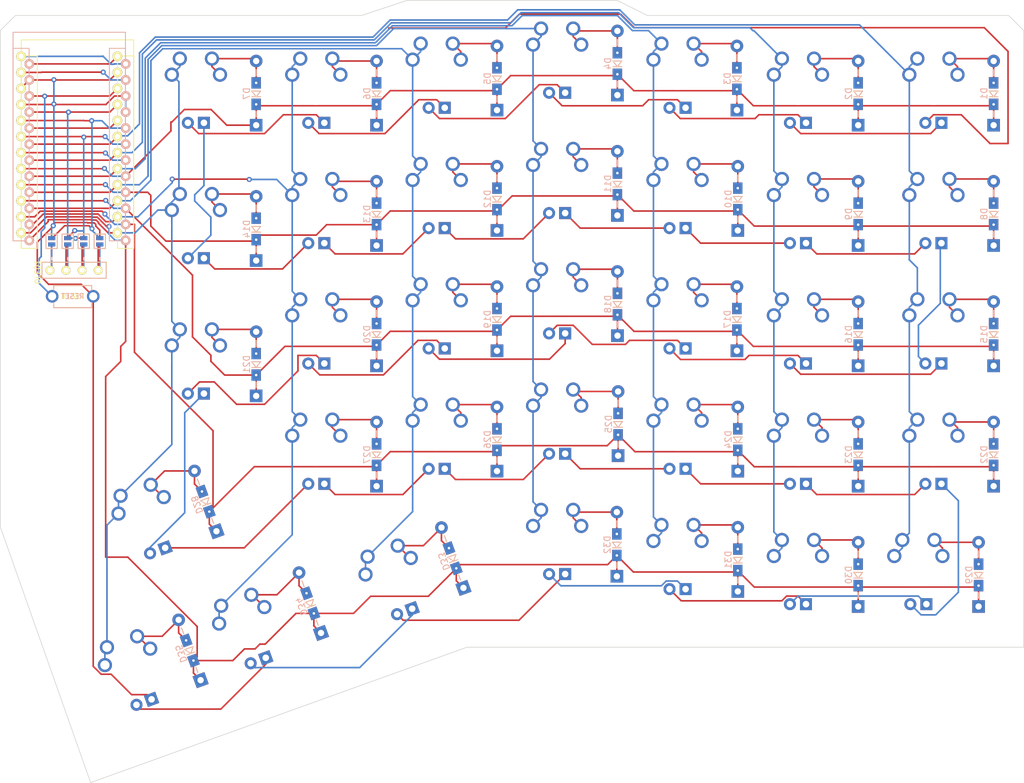
<source format=kicad_pcb>
(kicad_pcb (version 20221018) (generator pcbnew)
  (layers (0 "F.Cu" signal) (31 "B.Cu" signal) (34 "B.Paste" user) (35 "F.Paste" user) (36 "B.SilkS" user "B.Silkscreen") (37 "F.SilkS" user "F.Silkscreen") (38 "B.Mask" user) (39 "F.Mask" user) (44 "Edge.Cuts" user))
  (net 0 "")
  (net 1 "Net-(D1-A)")
  (net 2 "Row 0")
  (net 3 "Net-(D2-A)")
  (net 4 "Net-(D3-A)")
  (net 5 "Net-(D4-A)")
  (net 6 "Net-(D5-A)")
  (net 7 "Net-(D6-A)")
  (net 8 "Net-(D7-A)")
  (net 9 "Net-(D8-A)")
  (net 10 "Row 1")
  (net 11 "Net-(D9-A)")
  (net 12 "Net-(D10-A)")
  (net 13 "Net-(D11-A)")
  (net 14 "Net-(D12-A)")
  (net 15 "Net-(D13-A)")
  (net 16 "Net-(D14-A)")
  (net 17 "Net-(D15-A)")
  (net 18 "Row 2")
  (net 19 "Net-(D16-A)")
  (net 20 "Net-(D17-A)")
  (net 21 "Net-(D18-A)")
  (net 22 "Net-(D19-A)")
  (net 23 "Net-(D20-A)")
  (net 24 "Net-(D21-A)")
  (net 25 "Net-(D22-A)")
  (net 26 "Row 3")
  (net 27 "Net-(D23-A)")
  (net 28 "Net-(D24-A)")
  (net 29 "Net-(D25-A)")
  (net 30 "Net-(D26-A)")
  (net 31 "Net-(D27-A)")
  (net 32 "Net-(D28-A)")
  (net 33 "Net-(D29-A)")
  (net 34 "Row 4")
  (net 35 "Net-(D30-A)")
  (net 36 "Net-(D31-A)")
  (net 37 "Net-(D32-A)")
  (net 38 "Net-(D33-A)")
  (net 39 "Net-(D34-A)")
  (net 40 "Net-(D35-A)")
  (net 41 "Col 0")
  (net 42 "Col 1")
  (net 43 "Col 2")
  (net 44 "Col 3")
  (net 45 "Col 4")
  (net 46 "Col 5")
  (net 47 "Col 6")
  (net 48 "unconnected-(U1-TX0{slash}PD3-Pad1)")
  (net 49 "unconnected-(U1-RX1{slash}PD2-Pad2)")
  (net 50 "GND")
  (net 51 "SDA")
  (net 52 "SCL")
  (net 53 "Net-(SW1-Pad)")
  (net 54 "unconnected-(U1-A3{slash}PF4-Pad20)")
  (net 55 "VCC")
  (net 56 "RST")
  (net 57 "unconnected-(U1-RAW-Pad24)")
  (net 58 "Net-(OLED1-P4)")
  (net 59 "Net-(OLED1-P3)")
  (net 60 "Net-(OLED1-P2)")
  (net 61 "Net-(OLED1-P1)")
  (net 62 "BACKLIGHT")
  (net 63 "Net-(SW2-Pad)")
  (net 64 "Net-(SW3-Pad)")
  (net 65 "Net-(SW4-Pad)")
  (net 66 "Net-(SW5-Pad)")
  (net 67 "Net-(SW6-Pad)")
  (net 68 "Net-(SW14-Pad)")
  (net 69 "Net-(SW15-Pad)_1")
  (net 70 "Net-(SW8-Pad)")
  (net 71 "Net-(SW10-Pad)")
  (net 72 "Net-(SW10-Pad)_1")
  (net 73 "Net-(SW11-Pad)")
  (net 74 "Net-(SW12-Pad)")
  (net 75 "Net-(SW13-Pad)")
  (net 76 "Net-(SW15-Pad)")
  (net 77 "Net-(SW16-Pad)")
  (net 78 "Net-(SW17-Pad)")
  (net 79 "Net-(SW18-Pad)")
  (net 80 "Net-(SW19-Pad)")
  (net 81 "Net-(SW20-Pad)")
  (net 82 "Net-(SW21-Pad)")
  (net 83 "Net-(SW22-Pad)")
  (net 84 "Net-(SW22-Pad)_1")
  (net 85 "Net-(SW23-Pad)")
  (net 86 "Net-(SW24-Pad)")
  (net 87 "Net-(SW25-Pad)")
  (net 88 "Net-(SW26-Pad)")
  (net 89 "Net-(SW27-Pad)")
  (net 90 "Net-(SW29-Pad)")
  (net 91 "Net-(SW30-Pad)")
  (net 92 "Net-(SW31-Pad)")
  (net 93 "Net-(SW32-Pad)")
  (net 94 "Net-(SW33-Pad)")
  (net 95 "Net-(SW34-Pad)")
  (footprint "Sigzil:MXOnly_Led_1.00u" (layer "F.Cu") (at 199.86471 130.1884)
    (fp_text reference "SW29")
    (fp_text value "Keyswitch")
  )
  (footprint "Sigzil:Jumper" (layer "F.Cu") (at 65.278 77.8256 90)
    (fp_text reference "JP3" hide)
    (fp_text value "~")
  )
  (footprint "Sigzil:MXOnly_Led_1.00u" (layer "F.Cu") (at 180.81511 73.0396)
    (fp_text reference "SW9")
    (fp_text value "Keyswitch")
  )
  (footprint "Sigzil:MXOnly_Led_1.00u" (layer "F.Cu") (at 180.81511 130.1884)
    (fp_text reference "SW30")
    (fp_text value "Keyswitch")
  )
  (footprint "Sigzil:MXOnly_Led_1.00u" (layer "F.Cu") (at 104.61671 111.1388)
    (fp_text reference "SW27")
    (fp_text value "Keyswitch")
  )
  (footprint "Sigzil:MXOnly_Led_1.00u" (layer "F.Cu") (at 161.76381 108.75755)
    (fp_text reference "SW24")
    (fp_text value "Keyswitch")
  )
  (footprint "Sigzil:MXOnly_Led_1.25u" (layer "F.Cu") (at 116.85 131.65 20)
    (fp_text reference "SW33")
    (fp_text value "Keyswitch")
  )
  (footprint "Sigzil:MXOnly_Led_1.00u" (layer "F.Cu") (at 104.61671 53.99)
    (fp_text reference "SW6")
    (fp_text value "Keyswitch")
  )
  (footprint "Sigzil:MXOnly_Led_1.00u" (layer "F.Cu") (at 142.71421 106.3763)
    (fp_text reference "SW25")
    (fp_text value "Keyswitch")
  )
  (footprint "Sigzil:MXOnly_Led_1.00u" (layer "F.Cu") (at 142.71421 125.4259)
    (fp_text reference "SW32")
    (fp_text value "Keyswitch")
  )
  (footprint "Sigzil:MXOnly_Led_1.25u" (layer "F.Cu") (at 202.24596 111.1388)
    (fp_text reference "SW22")
    (fp_text value "Keyswitch")
  )
  (footprint "Sigzil:MXOnly_Led_1.25u" (layer "F.Cu") (at 202.24546 73.0396)
    (fp_text reference "SW8")
    (fp_text value "Keyswitch")
  )
  (footprint "Sigzil:Jumper" (layer "F.Cu") (at 70.358 77.8256 90)
    (fp_text reference "JP1" hide)
    (fp_text value "~")
  )
  (footprint "Sigzil:MXOnly_Led_1.00u" (layer "F.Cu") (at 180.81511 111.1388)
    (fp_text reference "SW23")
    (fp_text value "Keyswitch")
  )
  (footprint "Sigzil:ProMicro" (layer "F.Cu") (at 66.73 63.32)
    (fp_text reference "U1" hide)
    (fp_text value "Arduino_Pro_Micro" hide)
  )
  (footprint "Sigzil:TACT_SWITCH_TVBP06" (layer "F.Cu") (at 66.074 86.5326 180)
    (fp_text reference "RST_SW1" hide)
    (fp_text value "RST Switch" hide)
  )
  (footprint "Sigzil:MXOnly_Led_1.00u" (layer "F.Cu") (at 161.76381 51.60875)
    (fp_text reference "SW3")
    (fp_text value "Keyswitch")
  )
  (footprint "Sigzil:OLED_4Pin" (layer "F.Cu") (at 62.484 82.40522)
    (fp_text reference "OLED1")
    (fp_text value "~" hide)
  )
  (footprint "Sigzil:MXOnly_Led_1.00u" (layer "F.Cu") (at 123.66421 89.70795)
    (fp_text reference "SW19")
    (fp_text value "Keyswitch")
  )
  (footprint "Sigzil:MXOnly_Led_1.00u" (layer "F.Cu") (at 85.56711 53.99)
    (fp_text reference "SW7")
    (fp_text value "Keyswitch")
  )
  (footprint "Sigzil:MXOnly_Led_1.25u_90deg" (layer "F.Cu") (at 85.56421 75.42125 -90)
    (fp_text reference "SW14")
    (fp_text value "Keyswitch")
  )
  (footprint "Sigzil:MXOnly_Led_1.25u_90deg" (layer "F.Cu") (at 75.621605 145.995957 -70)
    (fp_text reference "SW35")
    (fp_text value "Keyswitch")
  )
  (footprint "Sigzil:MXOnly_Led_1.00u" (layer "F.Cu") (at 180.81511 92.0892)
    (fp_text reference "SW16")
    (fp_text value "Keyswitch")
  )
  (footprint "Sigzil:MXOnly_Led_1.00u" (layer "F.Cu") (at 161.76381 127.80715)
    (fp_text reference "SW31")
    (fp_text value "Keyswitch")
  )
  (footprint "Sigzil:MXOnly_Led_1.00u" (layer "F.Cu") (at 142.71421 68.2771)
    (fp_text reference "SW11")
    (fp_text value "Keyswitch")
  )
  (footprint "Sigzil:MXOnly_Led_1.00u" (layer "F.Cu") (at 104.61671 73.0396)
    (fp_text reference "SW13")
    (fp_text value "Keyswitch")
  )
  (footprint "Sigzil:MXOnly_Led_1.00u" (layer "F.Cu") (at 123.66421 51.60875)
    (fp_text reference "SW5")
    (fp_text value "Keyswitch")
  )
  (footprint "Sigzil:MXOnly_Led_1.00u" (layer "F.Cu") (at 142.71421 49.2275)
    (fp_text reference "SW4")
    (fp_text value "Keyswitch")
  )
  (footprint "Sigzil:MXOnly_Led_1.00u" (layer "F.Cu") (at 123.66421 108.75755)
    (fp_text reference "SW26")
    (fp_text value "Keyswitch")
  )
  (footprint "Sigzil:MXOnly_Led_1.25u" (layer "F.Cu") (at 202.24596 92.0888)
    (fp_text reference "SW15")
    (fp_text value "Keyswitch")
  )
  (footprint "Sigzil:MXOnly_Led_1.25u_90deg" (layer "F.Cu") (at 93.687463 139.423638 -70)
    (fp_text reference "SW34")
    (fp_text value "Keyswitch")
  )
  (footprint "Sigzil:Jumper" (layer "F.Cu") (at 67.818 77.8256 90)
    (fp_text reference "JP2" hide)
    (fp_text value "~")
  )
  (footprint "Sigzil:MXOnly_Led_1.00u" (layer "F.Cu") (at 77.773639 122.012538 20)
    (fp_text reference "SW28")
    (fp_text value "Keyswitch")
  )
  (footprint "Sigzil:MXOnly_Led_1.00u" (layer "F.Cu") (at 85.56421 96.8525)
    (fp_text reference "SW21")
    (fp_text value "Keyswitch")
  )
  (footprint "Sigzil:MXOnly_Led_1.00u" (layer "F.Cu") (at 104.61671 92.0892)
    (fp_text reference "SW20")
    (fp_text value "Keyswitch")
  )
  (footprint "Sigzil:MXOnly_Led_1.25u" (layer "F.Cu") (at 202.24546 53.99)
    (fp_text reference "SW1")
    (fp_text value "Keyswitch")
  )
  (footprint "Sigzil:Jumper" (layer "F.Cu") (at 62.738 77.8256 90)
    (fp_text reference "JP4" hide)
    (fp_text value "~")
  )
  (footprint "Sigzil:MXOnly_Led_1.00u" (layer "F.Cu") (at 142.71421 87.3267)
    (fp_text reference "SW18")
    (fp_text value "Keyswitch")
  )
  (footprint "Sigzil:MXOnly_Led_1.00u" (layer "F.Cu") (at 123.66421 70.65835)
    (fp_text reference "SW12")
    (fp_text value "Keyswitch")
  )
  (footprint "Sigzil:MXOnly_Led_1.00u" (layer "F.Cu") (at 180.81471 53.99)
    (fp_text reference "SW2")
    (fp_text value "Keyswitch")
  )
  (footprint "Sigzil:MXOnly_Led_1.00u" (layer "F.Cu") (at 161.76381 89.70795)
    (fp_text reference "SW17")
    (fp_text value "Keyswitch")
  )
  (footprint "Sigzil:MXOnly_Led_1.00u" (layer "F.Cu") (at 161.76381 70.65835)
    (fp_text reference "SW10")
    (fp_text value "Keyswitch")
  )
  (footprint "Sigzil:Diode_TH_SOD123" (layer "B.Cu") (at 209.38971 130.638 90)
    (fp_text reference "D29")
    (fp_text value "Diode" hide)
  )
  (footprint "Sigzil:Jumper" (layer "B.Cu") (at 62.738 77.8256 90)
    (fp_text reference "JP8" hide)
    (fp_text value "~")
  )
  (footprint "Sigzil:Diode_TH_SOD123" (layer "B.Cu") (at 211.77071 92.542 90)
    (fp_text reference "D15")
    (fp_text value "Diode" hide)
  )
  (footprint "Sigzil:Diode_TH_SOD123" (layer "B.Cu") (at 211.77071 111.59 90)
    (fp_text reference "D22")
    (fp_text value "Diode" hide)
  )
  (footprint "Sigzil:Diode_TH_SOD123" (layer "B.Cu") (at 95.10171 97.304 90)
    (fp_text reference "D21")
    (fp_text value "Diode" hide)
  )
  (footprint "Sigzil:Diode_TH_SOD123" (layer "B.Cu") (at 152.24571 49.684 90)
    (fp_text reference "D4")
    (fp_text value "Diode" hide)
  )
  (footprint "Sigzil:Diode_TH_SOD123" (layer "B.Cu") (at 152.35861 106.76005 90)
    (fp_text reference "D25")
    (fp_text value "Diode" hide)
  )
  (footprint "Sigzil:Diode_TH_SOD123" (layer "B.Cu") (at 171.29371 128.257 90)
    (fp_text reference "D31")
    (fp_text value "Diode" hide)
  )
  (footprint "Sigzil:Diode_TH_SOD123" (layer "B.Cu") (at 190.34171 54.446 90)
    (fp_text reference "D2")
    (fp_text value "Diode" hide)
  )
  (footprint "Sigzil:Diode_TH_SOD123" (layer "B.Cu") (at 95.10171 54.446 90)
    (fp_text reference "D7")
    (fp_text value "Diode" hide)
  )
  (footprint "Sigzil:Diode_TH_SOD123" (layer "B.Cu") (at 171.29371 71.113 90)
    (fp_text reference "D10")
    (fp_text value "Diode" hide)
  )
  (footprint "Sigzil:Diode_TH_SOD123" (layer "B.Cu") (at 211.77071 73.494 90)
    (fp_text reference "D8")
    (fp_text value "Diode" hide)
  )
  (footprint "Sigzil:Diode_TH_SOD123" (layer "B.Cu") (at 171.29371 109.209 90)
    (fp_text reference "D24")
    (fp_text value "Diode" hide)
  )
  (footprint "Sigzil:Jumper" (layer "B.Cu") (at 65.278 77.8256 90)
    (fp_text reference "JP7" hide)
    (fp_text value "~")
  )
  (footprint "Sigzil:Diode_TH_SOD123" (layer "B.Cu") (at 133.19771 90.161 90)
    (fp_text reference "D19")
    (fp_text value "Diode" hide)
  )
  (footprint "Sigzil:Diode_TH_SOD123" (layer "B.Cu") (at 133.19771 52.065 90)
    (fp_text reference "D5")
    (fp_text value "Diode" hide)
  )
  (footprint "Sigzil:Diode_TH_SOD123" (layer "B.Cu") (at 190.34171 130.638 90)
    (fp_text reference "D30")
    (fp_text value "Diode" hide)
  )
  (footprint "Sigzil:Diode_TH_SOD123" (layer "B.Cu") (at 211.77071 54.446 90)
    (fp_text reference "D1")
    (fp_text value "Diode" hide)
  )
  (footprint "Sigzil:Diode_TH_SOD123" (layer "B.Cu") (at 114.14971 54.446 90)
    (fp_text reference "D6")
    (fp_text value "Diode" hide)
  )
  (footprint "Sigzil:Jumper" (layer "B.Cu") (at 67.818 77.8256 90)
    (fp_text reference "JP6" hide)
    (fp_text value "~")
  )
  (footprint "Sigzil:Diode_TH_SOD123" (layer "B.Cu") (at 190.34171 92.542 90)
    (fp_text reference "D16")
    (fp_text value "Diode" hide)
  )
  (footprint "Sigzil:Diode_TH_SOD123" (layer "B.Cu") (at 152.25861 87.76165 90)
    (fp_text reference "D18")
    (fp_text value "Diode" hide)
  )
  (footprint "Sigzil:Diode_TH_SOD123" (layer "B.Cu") (at 84.6 142.6 110)
    (fp_text reference "D35")
    (fp_text value "Diode" hide)
  )
  (footprint "Sigzil:Diode_TH_SOD123" (layer "B.Cu") (at 133.19771 71.113 90)
    (fp_text reference "D12")
    (fp_text value "Diode" hide)
  )
  (footprint "Sigzil:Diode_TH_SOD123" (layer "B.Cu") (at 152.15861 125.85885 90)
    (fp_text reference "D32")
    (fp_text value "Diode" hide)
  )
  (footprint "Sigzil:Diode_TH_SOD123" (layer "B.Cu") (at 95.10171 75.875 90)
    (fp_text reference "D14")
    (fp_text value "Diode" hide)
  )
  (footprint "Sigzil:Diode_TH_SOD123" (layer "B.Cu") (at 171.15571 52.065 90)
    (fp_text reference "D3")
    (fp_text value "Diode" hide)
  )
  (footprint "Sigzil:Jumper" (layer "B.Cu") (at 70.358 77.8256 90)
    (fp_text reference "JP5" hide)
    (fp_text value "~")
  )
  (footprint "Sigzil:Diode_TH_SOD123" (layer "B.Cu") (at 133.19771 109.209 90)
    (fp_text reference "D26")
    (fp_text value "Diode" hide)
  )
  (footprint "Sigzil:Diode_TH_SOD123" (layer "B.Cu") (at 114.14971 73.494 90)
    (fp_text reference "D13")
    (fp_text value "Diode" hide)
  )
  (footprint "Sigzil:Diode_TH_SOD123" (layer "B.Cu") (at 126.181434 127.997477 110)
    (fp_text reference "D33")
    (fp_text value "Diode" hide)
  )
  (footprint "Sigzil:Diode_TH_SOD123" (layer "B.Cu") (at 190.34171 73.494 90)
    (fp_text reference "D9")
    (fp_text value "Diode" hide)
  )
  (footprint "Sigzil:Diode_TH_SOD123" (layer "B.Cu") (at 114.14971 111.59 90)
    (fp_text reference "D27")
    (fp_text value "Diode" hide)
  )
  (footprint "Sigzil:Diode_TH_SOD123" (layer "B.Cu") (at 114.14971 92.542 90)
    (fp_text reference "D20")
    (fp_text value "Diode" hide)
  )
  (footprint "Sigzil:Diode_TH_SOD123" (layer "B.Cu") (at 103.649 135.1326 110)
    (fp_text reference "D34")
    (fp_text value "Diode" hide)
  )
  (footprint "Sigzil:Diode_TH_SOD123" (layer "B.Cu") (at 171.15531 90.1614 90)
    (fp_text reference "D17")
    (fp_text value "Diode" hide)
  )
  (footprint "Sigzil:Diode_TH_SOD123" (layer "B.Cu") (at 152.24571 68.732 90)
    (fp_text reference "D11")
    (fp_text value "Diode" hide)
  )
  (footprint "Sigzil:Diode_TH_SOD123" (layer "B.Cu") (at 190.34171 111.59 90)
    (fp_text reference "D23")
    (fp_text value "Diode" hide)
  )
  (footprint "Sigzil:Diode_TH_SOD123" (layer "B.Cu") (at 87.108892 119.028634 110)
    (fp_text reference "D28")
    (fp_text value "Diode" hide)
  )
  (gr_poly (pts (xy 68.91071 163.515) (xy 54.62471 123.038) (xy 54.62471 44.465) (xy 57.00571 42.084) (xy 111.76871 42.084) (xy 118.91171 39.703) (xy 133.19771 39.703) (xy 135.57871 39.703) (xy 152.24571 39.703) (xy 157.00771 42.084) (xy 214.15171 42.084) (xy 216.53271 44.465) (xy 216.53271 142.086) (xy 128.43571 142.086)) (stroke (width 0.1)) (fill none) (layer "Edge.Cuts"))
  (segment (start 211.77071 49.28854) (end 211.77325 49.286) (width 0.25) (layer "F.Cu") (net 1))
  (segment (start 211.77071 52.746) (end 211.77071 49.28854) (width 0.25) (layer "F.Cu") (net 1))
  (segment (start 206.05546 50.18) (end 206.05546 51.45) (width 0.25) (layer "F.Cu") (net 1))
  (segment (start 204.78546 48.91) (end 211.39725 48.91) (width 0.25) (layer "F.Cu") (net 1))
  (segment (start 211.39725 48.91) (end 211.77325 49.286) (width 0.25) (layer "F.Cu") (net 1))
  (segment (start 204.78546 48.91) (end 206.05546 50.18) (width 0.25) (layer "F.Cu") (net 1))
  (segment (start 95.10425 59.446) (end 95.10425 56.14854) (width 0.25) (layer "F.Cu") (net 2))
  (segment (start 87.96451 56.9618) (end 83.74811 56.9618) (width 0.25) (layer "F.Cu") (net 2))
  (segment (start 132.98506 53.97765) (end 116.31806 53.97765) (width 0.25) (layer "F.Cu") (net 2))
  (segment (start 81.61451 60.36005) (end 74.448815 67.525745) (width 0.25) (layer "F.Cu") (net 2))
  (segment (start 211.55171 56.365) (end 190.56071 56.365) (width 0.25) (layer "F.Cu") (net 2))
  (segment (start 154.84546 53.98375) (end 152.24571 51.384) (width 0.25) (layer "F.Cu") (net 2))
  (segment (start 95.10425 56.14854) (end 95.10171 56.146) (width 0.25) (layer "F.Cu") (net 2))
  (segment (start 211.77071 56.146) (end 211.55171 56.365) (width 0.25) (layer "F.Cu") (net 2))
  (segment (start 81.61451 58.943) (end 81.61451 60.36005) (width 0.25) (layer "F.Cu") (net 2))
  (segment (start 171.15825 53.76754) (end 171.15571 53.765) (width 0.25) (layer "F.Cu") (net 2))
  (segment (start 152.24571 54.68146) (end 152.24825 54.684) (width 0.25) (layer "F.Cu") (net 2))
  (segment (start 83.74811 56.9618) (end 81.76691 58.943) (width 0.25) (layer "F.Cu") (net 2))
  (segment (start 152.03331 51.5964) (end 135.36631 51.5964) (width 0.25) (layer "F.Cu") (net 2))
  (segment (start 135.36631 51.5964) (end 133.19771 53.765) (width 0.25) (layer "F.Cu") (net 2))
  (segment (start 190.34171 56.146) (end 190.12271 56.365) (width 0.25) (layer "F.Cu") (net 2))
  (segment (start 114.14971 56.146) (end 113.93071 56.365) (width 0.25) (layer "F.Cu") (net 2))
  (segment (start 114.15225 56.14854) (end 114.14971 56.146) (width 0.25) (layer "F.Cu") (net 2))
  (segment (start 133.19771 53.765) (end 132.98506 53.97765) (width 0.25) (layer "F.Cu") (net 2))
  (segment (start 57.91 66.33) (end 71.07 66.33) (width 0.25) (layer "F.Cu") (net 2))
  (segment (start 133.20025 57.065) (end 133.20025 53.76754) (width 0.25) (layer "F.Cu") (net 2))
  (segment (start 95.10425 59.446) (end 90.44871 59.446) (width 0.25) (layer "F.Cu") (net 2))
  (segment (start 173.75571 56.365) (end 171.15571 53.765) (width 0.25) (layer "F.Cu") (net 2))
  (segment (start 211.77325 56.14854) (end 211.77071 56.146) (width 0.25) (layer "F.Cu") (net 2))
  (segment (start 170.93696 53.98375) (end 154.84546 53.98375) (width 0.25) (layer "F.Cu") (net 2))
  (segment (start 71.07 66.33) (end 71.1 66.3) (width 0.25) (layer "F.Cu") (net 2))
  (segment (start 113.93071 56.365) (end 95.32071 56.365) (width 0.25) (layer "F.Cu") (net 2))
  (segment (start 133.20025 53.76754) (end 133.19771 53.765) (width 0.25) (layer "F.Cu") (net 2))
  (segment (start 190.12271 56.365) (end 173.75571 56.365) (width 0.25) (layer "F.Cu") (net 2))
  (segment (start 114.15225 59.446) (end 114.15225 56.14854) (width 0.25) (layer "F.Cu") (net 2))
  (segment (start 190.56071 56.365) (end 190.34171 56.146) (width 0.25) (layer "F.Cu") (net 2))
  (segment (start 171.15825 57.065) (end 171.15825 53.76754) (width 0.25) (layer "F.Cu") (net 2))
  (segment (start 190.34425 59.446) (end 190.34425 56.14854) (width 0.25) (layer "F.Cu") (net 2))
  (segment (start 211.77325 59.446) (end 211.77325 56.14854) (width 0.25) (layer "F.Cu") (net 2))
  (segment (start 95.32071 56.365) (end 95.10171 56.146) (width 0.25) (layer "F.Cu") (net 2))
  (segment (start 152.24571 51.384) (end 152.03331 51.5964) (width 0.25) (layer "F.Cu") (net 2))
  (segment (start 171.15571 53.765) (end 170.93696 53.98375) (width 0.25) (layer "F.Cu") (net 2))
  (segment (start 81.76691 58.943) (end 81.61451 58.943) (width 0.25) (layer "F.Cu") (net 2))
  (segment (start 190.34425 56.14854) (end 190.34171 56.146) (width 0.25) (layer "F.Cu") (net 2))
  (segment (start 90.44871 59.446) (end 87.96451 56.9618) (width 0.25) (layer "F.Cu") (net 2))
  (segment (start 152.24571 51.384) (end 152.24571 54.68146) (width 0.25) (layer "F.Cu") (net 2))
  (segment (start 116.31806 53.97765) (end 114.14971 56.146) (width 0.25) (layer "F.Cu") (net 2))
  (via (at 71.1 66.3) (size 0.8) (drill 0.4) (layers "F.Cu" "B.Cu") (net 2))
  (segment (start 74.448815 67.525745) (end 72.325745 67.525745) (width 0.25) (layer "B.Cu") (net 2))
  (segment (start 72.325745 67.525745) (end 71.1 66.3) (width 0.25) (layer "B.Cu") (net 2))
  (segment (start 189.96825 48.91) (end 190.34425 49.286) (width 0.25) (layer "F.Cu") (net 3))
  (segment (start 190.34171 52.746) (end 190.34171 49.28854) (width 0.25) (layer "F.Cu") (net 3))
  (segment (start 183.35471 48.91) (end 189.96825 48.91) (width 0.25) (layer "F.Cu") (net 3))
  (segment (start 183.35471 50.18) (end 183.35471 48.91) (width 0.25) (layer "F.Cu") (net 3))
  (segment (start 190.34171 49.28854) (end 190.34425 49.286) (width 0.25) (layer "F.Cu") (net 3))
  (segment (start 184.62471 51.45) (end 183.35471 50.18) (width 0.25) (layer "F.Cu") (net 3))
  (segment (start 164.30381 46.52875) (end 165.57381 47.79875) (width 0.25) (layer "F.Cu") (net 4))
  (segment (start 170.782 46.52875) (end 171.15825 46.905) (width 0.25) (layer "F.Cu") (net 4))
  (segment (start 171.15571 50.365) (end 171.15571 46.90754) (width 0.25) (layer "F.Cu") (net 4))
  (segment (start 171.15571 46.90754) (end 171.15825 46.905) (width 0.25) (layer "F.Cu") (net 4))
  (segment (start 164.30381 46.52875) (end 170.782 46.52875) (width 0.25) (layer "F.Cu") (net 4))
  (segment (start 165.57381 47.79875) (end 165.57381 49.06875) (width 0.25) (layer "F.Cu") (net 4))
  (segment (start 152.24825 44.524) (end 145.63071 44.524) (width 0.25) (layer "F.Cu") (net 5))
  (segment (start 146.52421 46.6875) (end 145.25421 45.4175) (width 0.25) (layer "F.Cu") (net 5))
  (segment (start 152.24571 47.984) (end 152.24571 44.52654) (width 0.25) (layer "F.Cu") (net 5))
  (segment (start 145.25421 45.4175) (end 145.25421 44.1475) (width 0.25) (layer "F.Cu") (net 5))
  (segment (start 152.24571 44.52654) (end 152.24825 44.524) (width 0.25) (layer "F.Cu") (net 5))
  (segment (start 145.63071 44.524) (end 145.25421 44.1475) (width 0.25) (layer "F.Cu") (net 5))
  (segment (start 132.824 46.52875) (end 133.20025 46.905) (width 0.25) (layer "F.Cu") (net 6))
  (segment (start 127.47421 47.79875) (end 127.47421 49.06875) (width 0.25) (layer "F.Cu") (net 6))
  (segment (start 133.19771 50.365) (end 133.19771 46.90754) (width 0.25) (layer "F.Cu") (net 6))
  (segment (start 133.19771 46.90754) (end 133.20025 46.905) (width 0.25) (layer "F.Cu") (net 6))
  (segment (start 126.20421 46.52875) (end 127.47421 47.79875) (width 0.25) (layer "F.Cu") (net 6))
  (segment (start 126.20421 46.52875) (end 132.824 46.52875) (width 0.25) (layer "F.Cu") (net 6))
  (segment (start 108.42671 51.45) (end 107.15671 50.18) (width 0.25) (layer "F.Cu") (net 7))
  (segment (start 107.15671 50.18) (end 107.15671 48.91) (width 0.25) (layer "F.Cu") (net 7))
  (segment (start 114.14971 49.28854) (end 114.15225 49.286) (width 0.25) (layer "F.Cu") (net 7))
  (segment (start 114.15225 49.286) (end 107.53271 49.286) (width 0.25) (layer "F.Cu") (net 7))
  (segment (start 107.53271 49.286) (end 107.15671 48.91) (width 0.25) (layer "F.Cu") (net 7))
  (segment (start 114.14971 52.746) (end 114.14971 49.28854) (width 0.25) (layer "F.Cu") (net 7))
  (segment (start 95.10171 49.28854) (end 95.10425 49.286) (width 0.25) (layer "F.Cu") (net 8))
  (segment (start 89.37711 51.45) (end 88.10711 50.18) (width 0.25) (layer "F.Cu") (net 8))
  (segment (start 95.10171 52.746) (end 95.10171 49.28854) (width 0.25) (layer "F.Cu") (net 8))
  (segment (start 94.72825 48.91) (end 95.10425 49.286) (width 0.25) (layer "F.Cu") (net 8))
  (segment (start 88.10711 48.91) (end 94.72825 48.91) (width 0.25) (layer "F.Cu") (net 8))
  (segment (start 88.10711 50.18) (end 88.10711 48.91) (width 0.25) (layer "F.Cu") (net 8))
  (segment (start 206.05546 70.4996) (end 204.78546 69.2296) (width 0.25) (layer "F.Cu") (net 9))
  (segment (start 204.78546 69.2296) (end 204.78546 67.9596) (width 0.25) (layer "F.Cu") (net 9))
  (segment (start 211.77325 71.79146) (end 211.77071 71.794) (width 0.25) (layer "F.Cu") (net 9))
  (segment (start 204.78546 67.9596) (end 211.39885 67.9596) (width 0.25) (layer "F.Cu") (net 9))
  (segment (start 204.78546 68.11725) (end 204.62771 68.275) (width 0.25) (layer "F.Cu") (net 9))
  (segment (start 211.39885 67.9596) (end 211.77325 68.334) (width 0.25) (layer "F.Cu") (net 9))
  (segment (start 204.78546 67.9596) (end 204.78546 68.11725) (width 0.25) (layer "F.Cu") (net 9))
  (segment (start 211.77325 68.334) (end 211.77325 71.79146) (width 0.25) (layer "F.Cu") (net 9))
  (segment (start 152.03171 70.646) (end 135.58871 70.646) (width 0.25) (layer "F.Cu") (net 10))
  (segment (start 154.84706 73.03335) (end 152.24571 70.432) (width 0.25) (layer "F.Cu") (net 10))
  (segment (start 77.934255 70.065745) (end 74.448815 70.065745) (width 0.25) (layer "F.Cu") (net 10))
  (segment (start 171.29371 72.813) (end 171.07336 73.03335) (width 0.25) (layer "F.Cu") (net 10))
  (segment (start 190.34425 78.494) (end 190.34425 75.19654) (width 0.25) (layer "F.Cu") (net 10))
  (segment (start 190.34425 75.19654) (end 190.34171 75.194) (width 0.25) (layer "F.Cu") (net 10))
  (segment (start 133.19771 72.813) (end 132.98346 73.02725) (width 0.25) (layer "F.Cu") (net 10))
  (segment (start 78.43471 75.418) (end 78.43471 70.5662) (width 0.25) (layer "F.Cu") (net 10))
  (segment (start 78.43471 70.5662) (end 77.934255 70.065745) (width 0.25) (layer "F.Cu") (net 10))
  (segment (start 173.89531 75.4146) (end 171.29371 72.813) (width 0.25) (layer "F.Cu") (net 10))
  (segment (start 132.98346 73.02725) (end 116.31646 73.02725) (width 0.25) (layer "F.Cu") (net 10))
  (segment (start 152.24825 70.43454) (end 152.24571 70.432) (width 0.25) (layer "F.Cu") (net 10))
  (segment (start 152.24825 73.732) (end 152.24825 70.43454) (width 0.25) (layer "F.Cu") (net 10))
  (segment (start 171.29625 72.81554) (end 171.29371 72.813) (width 0.25) (layer "F.Cu") (net 10))
  (segment (start 133.20025 72.81554) (end 133.19771 72.813) (width 0.25) (layer "F.Cu") (net 10))
  (segment (start 95.10171 80.87246) (end 95.10425 80.875) (width 0.25) (layer "F.Cu") (net 10))
  (segment (start 95.10171 77.575) (end 95.10171 80.87246) (width 0.25) (layer "F.Cu") (net 10))
  (segment (start 94.88046 77.79625) (end 80.81296 77.79625) (width 0.25) (layer "F.Cu") (net 10))
  (segment (start 190.56231 75.4146) (end 190.34171 75.194) (width 0.25) (layer "F.Cu") (net 10))
  (segment (start 114.14971 75.194) (end 106.25731 75.194) (width 0.25) (layer "F.Cu") (net 10))
  (segment (start 190.12111 75.4146) (end 173.89531 75.4146) (width 0.25) (layer "F.Cu") (net 10))
  (segment (start 211.55011 75.4146) (end 190.56231 75.4146) (width 0.25) (layer "F.Cu") (net 10))
  (segment (start 211.77325 78.494) (end 211.77325 75.19654) (width 0.25) (layer "F.Cu") (net 10))
  (segment (start 133.19771 73.037) (end 133.19771 72.813) (width 0.25) (layer "F.Cu") (net 10))
  (segment (start 190.34171 75.194) (end 190.12111 75.4146) (width 0.25) (layer "F.Cu") (net 10))
  (segment (start 171.29625 76.113) (end 171.29625 72.81554) (width 0.25) (layer "F.Cu") (net 10))
  (segment (start 95.83461 76.8421) (end 95.10171 77.575) (width 0.25) (layer "F.Cu") (net 10))
  (segment (start 114.14971 75.194) (end 114.14971 78.49146) (width 0.25) (layer "F.Cu") (net 10))
  (segment (start 211.77071 75.194) (end 211.55011 75.4146) (width 0.25) (layer "F.Cu") (net 10))
  (segment (start 95.10171 77.575) (end 94.88046 77.79625) (width 0.25) (layer "F.Cu") (net 10))
  (segment (start 211.77325 75.19654) (end 211.77071 75.194) (width 0.25) (layer "F.Cu") (net 10))
  (segment (start 104.60921 76.8421) (end 95.83461 76.8421) (width 0.25) (layer "F.Cu") (net 10))
  (segment (start 133.20025 76.113) (end 133.20025 72.81554) (width 0.25) (layer "F.Cu") (net 10))
  (segment (start 152.24571 70.432) (end 152.03171 70.646) (width 0.25) (layer "F.Cu") (net 10))
  (segment (start 171.07336 73.03335) (end 154.84706 73.03335) (width 0.25) (layer "F.Cu") (net 10))
  (segment (start 135.58871 70.646) (end 133.19771 73.037) (width 0.25) (layer "F.Cu") (net 10))
  (segment (start 80.81296 77.79625) (end 78.43471 75.418) (width 0.25) (layer "F.Cu") (net 10))
  (segment (start 114.14971 78.49146) (end 114.15225 78.494) (width 0.25) (layer "F.Cu") (net 10))
  (segment (start 116.31646 73.02725) (end 114.14971 75.194) (width 0.25) (layer "F.Cu") (net 10))
  (segment (start 106.25731 75.194) (end 104.60921 76.8421) (width 0.25) (layer "F.Cu") (net 10))
  (segment (start 57.91 68.87) (end 71.25 68.85) (width 0.25) (layer "F.Cu") (net 10))
  (via (at 71.25 68.85) (size 0.8) (drill 0.4) (layers "F.Cu" "B.Cu") (net 10))
  (segment (start 74.448815 70.065745) (end 72.465745 70.065745) (width 0.25) (layer "B.Cu") (net 10))
  (segment (start 72.465745 70.065745) (end 71.25 68.85) (width 0.25) (layer "B.Cu") (net 10))
  (segment (start 183.35511 69.2296) (end 183.35511 67.9596) (width 0.25) (layer "F.Cu") (net 11))
  (segment (start 190.34171 71.794) (end 190.34171 68.33654) (width 0.25) (layer "F.Cu") (net 11))
  (segment (start 189.96985 67.9596) (end 190.34425 68.334) (width 0.25) (layer "F.Cu") (net 11))
  (segment (start 190.34171 68.33654) (end 190.34425 68.334) (width 0.25) (layer "F.Cu") (net 11))
  (segment (start 183.35511 67.9596) (end 189.96985 67.9596) (width 0.25) (layer "F.Cu") (net 11))
  (segment (start 184.62511 70.4996) (end 183.35511 69.2296) (width 0.25) (layer "F.Cu") (net 11))
  (segment (start 164.30381 65.57835) (end 170.9216 65.57835) (width 0.25) (layer "F.Cu") (net 12))
  (segment (start 171.29371 65.95554) (end 171.29625 65.953) (width 0.25) (layer "F.Cu") (net 12))
  (segment (start 165.57381 68.11835) (end 164.30381 66.84835) (width 0.25) (layer "F.Cu") (net 12))
  (segment (start 164.30381 66.84835) (end 164.30381 65.57835) (width 0.25) (layer "F.Cu") (net 12))
  (segment (start 170.9216 65.57835) (end 171.29625 65.953) (width 0.25) (layer "F.Cu") (net 12))
  (segment (start 171.29371 69.413) (end 171.29371 65.95554) (width 0.25) (layer "F.Cu") (net 12))
  (segment (start 145.25421 64.4671) (end 145.25421 63.1971) (width 0.25) (layer "F.Cu") (net 13))
  (segment (start 146.52421 65.7371) (end 145.25421 64.4671) (width 0.25) (layer "F.Cu") (net 13))
  (segment (start 145.25421 63.1971) (end 151.87335 63.1971) (width 0.25) (layer "F.Cu") (net 13))
  (segment (start 151.87335 63.1971) (end 152.24825 63.572) (width 0.25) (layer "F.Cu") (net 13))
  (segment (start 152.24571 67.032) (end 152.24571 63.57454) (width 0.25) (layer "F.Cu") (net 13))
  (segment (start 152.24571 63.57454) (end 152.24825 63.572) (width 0.25) (layer "F.Cu") (net 13))
  (segment (start 133.19771 69.413) (end 133.19771 65.95554) (width 0.25) (layer "F.Cu") (net 14))
  (segment (start 126.20421 66.84835) (end 126.20421 65.57835) (width 0.25) (layer "F.Cu") (net 14))
  (segment (start 132.8256 65.57835) (end 133.20025 65.953) (width 0.25) (layer "F.Cu") (net 14))
  (segment (start 133.19771 65.95554) (end 133.20025 65.953) (width 0.25) (layer "F.Cu") (net 14))
  (segment (start 126.20421 65.57835) (end 132.8256 65.57835) (width 0.25) (layer "F.Cu") (net 14))
  (segment (start 127.47421 68.11835) (end 126.20421 66.84835) (width 0.25) (layer "F.Cu") (net 14))
  (segment (start 107.53111 68.334) (end 107.15671 67.9596) (width 0.25) (layer "F.Cu") (net 15))
  (segment (start 114.14971 71.794) (end 114.14971 68.33654) (width 0.25) (layer "F.Cu") (net 15))
  (segment (start 114.15225 68.334) (end 107.53111 68.334) (width 0.25) (layer "F.Cu") (net 15))
  (segment (start 108.42671 70.4996) (end 107.15671 69.2296) (width 0.25) (layer "F.Cu") (net 15))
  (segment (start 114.14971 68.33654) (end 114.15225 68.334) (width 0.25) (layer "F.Cu") (net 15))
  (segment (start 107.15671 69.2296) (end 107.15671 67.9596) (width 0.25) (layer "F.Cu") (net 15))
  (segment (start 88.10421 71.61125) (end 88.10421 70.34125) (width 0.25) (layer "F.Cu") (net 16))
  (segment (start 89.37421 72.88125) (end 88.10421 71.61125) (width 0.25) (layer "F.Cu") (net 16))
  (segment (start 95.10425 70.715) (end 95.10425 74.17246) (width 0.25) (layer "F.Cu") (net 16))
  (segment (start 88.10421 70.34125) (end 94.7305 70.34125) (width 0.25) (layer "F.Cu") (net 16))
  (segment (start 95.10425 74.17246) (end 95.10171 74.175) (width 0.25) (layer "F.Cu") (net 16))
  (segment (start 94.7305 70.34125) (end 95.10425 70.715) (width 0.25) (layer "F.Cu") (net 16))
  (segment (start 206.05596 89.5488) (end 204.78596 88.2788) (width 0.25) (layer "F.Cu") (net 17))
  (segment (start 211.40005 87.0088) (end 211.77325 87.382) (width 0.25) (layer "F.Cu") (net 17))
  (segment (start 204.78596 88.2788) (end 204.78596 87.0088) (width 0.25) (layer "F.Cu") (net 17))
  (segment (start 211.77071 90.842) (end 211.77071 87.38454) (width 0.25) (layer "F.Cu") (net 17))
  (segment (start 211.77071 87.38454) (end 211.77325 87.382) (width 0.25) (layer "F.Cu") (net 17))
  (segment (start 204.78596 87.0088) (end 211.40005 87.0088) (width 0.25) (layer "F.Cu") (net 17))
  (segment (start 152.25861 89.46165) (end 152.02466 89.6956) (width 0.25) (layer "F.Cu") (net 18))
  (segment (start 190.34171 94.242) (end 190.11951 94.4642) (width 0.25) (layer "F.Cu") (net 18))
  (segment (start 190.56351 94.4638) (end 190.34171 94.242) (width 0.25) (layer "F.Cu") (net 18))
  (segment (start 152.26115 92.76165) (end 152.26115 89.46419) (width 0.25) (layer "F.Cu") (net 18))
  (segment (start 211.77071 94.242) (end 211.54891 94.4638) (width 0.25) (layer "F.Cu") (net 18))
  (segment (start 173.75811 94.4642) (end 171.15531 91.8614) (width 0.25) (layer "F.Cu") (net 18))
  (segment (start 152.02466 89.6956) (end 135.36311 89.6956) (width 0.25) (layer "F.Cu") (net 18))
  (segment (start 71.29 71.41) (end 71.3 71.4) (width 0.25) (layer "F.Cu") (net 18))
  (segment (start 85.02666 83.18359) (end 74.448815 72.605745) (width 0.25) (layer "F.Cu") (net 18))
  (segment (start 152.26115 89.46419) (end 152.25861 89.46165) (width 0.25) (layer "F.Cu") (net 18))
  (segment (start 171.29371 94.466) (end 171.15531 94.3276) (width 0.25) (layer "F.Cu") (net 18))
  (segment (start 171.15531 94.3276) (end 171.15531 91.8614) (width 0.25) (layer "F.Cu") (net 18))
  (segment (start 90.11571 99.004) (end 87.93921 96.8275) (width 0.25) (layer "F.Cu") (net 18))
  (segment (start 211.54891 94.4638) (end 190.56351 94.4638) (width 0.25) (layer "F.Cu") (net 18))
  (segment (start 87.93921 96.8275) (end 87.93921 95.868743) (width 0.25) (layer "F.Cu") (net 18))
  (segment (start 95.10171 99.004) (end 90.11571 99.004) (width 0.25) (layer "F.Cu") (net 18))
  (segment (start 154.87991 92.08295) (end 152.25861 89.46165) (width 0.25) (layer "F.Cu") (net 18))
  (segment (start 133.20025 91.86354) (end 133.19771 91.861) (width 0.25) (layer "F.Cu") (net 18))
  (segment (start 135.36311 89.6956) (end 133.19771 91.861) (width 0.25) (layer "F.Cu") (net 18))
  (segment (start 85.02666 92.956193) (end 85.02666 83.18359) (width 0.25) (layer "F.Cu") (net 18))
  (segment (start 133.20025 95.161) (end 133.20025 91.86354) (width 0.25) (layer "F.Cu") (net 18))
  (segment (start 57.91 71.41) (end 71.29 71.41) (width 0.25) (layer "F.Cu") (net 18))
  (segment (start 190.11951 94.4642) (end 173.75811 94.4642) (width 0.25) (layer "F.Cu") (net 18))
  (segment (start 114.15225 97.542) (end 114.15225 94.24454) (width 0.25) (layer "F.Cu") (net 18))
  (segment (start 190.34171 97.53946) (end 190.34425 97.542) (width 0.25) (layer "F.Cu") (net 18))
  (segment (start 171.15785 95.1614) (end 171.15785 94.60186) (width 0.25) (layer "F.Cu") (net 18))
  (segment (start 133.19771 91.861) (end 132.98186 92.07685) (width 0.25) (layer "F.Cu") (net 18))
  (segment (start 116.31486 92.07685) (end 114.14971 94.242) (width 0.25) (layer "F.Cu") (net 18))
  (segment (start 133.19771 91.861) (end 133.14731 91.8106) (width 0.25) (layer "F.Cu") (net 18))
  (segment (start 87.93921 95.868743) (end 85.02666 92.956193) (width 0.25) (layer "F.Cu") (net 18))
  (segment (start 113.93361 94.4581) (end 99.64761 94.4581) (width 0.25) (layer "F.Cu") (net 18))
  (segment (start 211.77325 97.542) (end 211.77325 94.24454) (width 0.25) (layer "F.Cu") (net 18))
  (segment (start 114.14971 94.242) (end 113.93361 94.4581) (width 0.25) (layer "F.Cu") (net 18))
  (segment (start 171.15785 94.60186) (end 171.29371 94.466) (width 0.25) (layer "F.Cu") (net 18))
  (segment (start 133.14731 91.8106) (end 133.07491 91.8106) (width 0.25) (layer "F.Cu") (net 18))
  (segment (start 190.34171 94.242) (end 190.34171 97.53946) (width 0.25) (layer "F.Cu") (net 18))
  (segment (start 99.64761 94.4581) (end 95.10171 99.004) (width 0.25) (layer "F.Cu") (net 18))
  (segment (start 132.98186 92.07685) (end 116.31486 92.07685) (width 0.25) (layer "F.Cu") (net 18))
  (segment (start 114.15225 94.24454) (end 114.14971 94.242) (width 0.25) (layer "F.Cu") (net 18))
  (segment (start 95.10425 99.00654) (end 95.10171 99.004) (width 0.25) (layer "F.Cu") (net 18))
  (segment (start 71.3 71.4) (end 71.3 71.35) (width 0.25) (layer "F.Cu") (net 18))
  (segment (start 95.10425 102.304) (end 95.10425 99.00654) (width 0.25) (layer "F.Cu") (net 18))
  (segment (start 170.93376 92.08295) (end 154.87991 92.08295) (width 0.25) (layer "F.Cu") (net 18))
  (segment (start 171.15531 91.8614) (end 170.93376 92.08295) (width 0.25) (layer "F.Cu") (net 18))
  (segment (start 211.77325 94.24454) (end 211.77071 94.242) (width 0.25) (layer "F.Cu") (net 18))
  (via (at 71.3 71.35) (size 0.8) (drill 0.4) (layers "F.Cu" "B.Cu") (net 18))
  (segment (start 72.555745 72.605745) (end 71.3 71.35) (width 0.25) (layer "B.Cu") (net 18))
  (segment (start 74.448815 72.605745) (end 72.555745 72.605745) (width 0.25) (layer "B.Cu") (net 18))
  (segment (start 183.35511 88.2792) (end 183.35511 87.0092) (width 0.25) (layer "F.Cu") (net 19))
  (segment (start 190.34171 87.38454) (end 190.34425 87.382) (width 0.25) (layer "F.Cu") (net 19))
  (segment (start 190.34171 90.842) (end 190.34171 87.38454) (width 0.25) (layer "F.Cu") (net 19))
  (segment (start 183.35511 87.0092) (end 189.97145 87.0092) (width 0.25) (layer "F.Cu") (net 19))
  (segment (start 184.62511 89.5492) (end 183.35511 88.2792) (width 0.25) (layer "F.Cu") (net 19))
  (segment (start 189.97145 87.0092) (end 190.34425 87.382) (width 0.25) (layer "F.Cu") (net 19))
  (segment (start 171.15531 85.00394) (end 171.15785 85.0014) (width 0.25) (layer "F.Cu") (net 20))
  (segment (start 170.7844 84.62795) (end 171.15785 85.0014) (width 0.25) (layer "F.Cu") (net 20))
  (segment (start 164.30381 84.62795) (end 170.7844 84.62795) (width 0.25) (layer "F.Cu") (net 20))
  (segment (start 165.57381 87.16795) (end 164.30381 85.89795) (width 0.25) (layer "F.Cu") (net 20))
  (segment (start 164.30381 85.89795) (end 164.30381 84.62795) (width 0.25) (layer "F.Cu") (net 20))
  (segment (start 171.15531 88.4614) (end 171.15531 85.00394) (width 0.25) (layer "F.Cu") (net 20))
  (segment (start 145.25421 82.2467) (end 151.9062 82.2467) (width 0.25) (layer "F.Cu") (net 21))
  (segment (start 146.52421 84.7867) (end 145.25421 83.5167) (width 0.25) (layer "F.Cu") (net 21))
  (segment (start 151.9062 82.2467) (end 152.26115 82.60165) (width 0.25) (layer "F.Cu") (net 21))
  (segment (start 152.25861 86.06165) (end 152.25861 82.60419) (width 0.25) (layer "F.Cu") (net 21))
  (segment (start 152.25861 82.60419) (end 152.26115 82.60165) (width 0.25) (layer "F.Cu") (net 21))
  (segment (start 145.25421 83.5167) (end 145.25421 82.2467) (width 0.25) (layer "F.Cu") (net 21))
  (segment (start 127.47421 87.16795) (end 126.20421 85.89795) (width 0.25) (layer "F.Cu") (net 22))
  (segment (start 126.20421 84.62795) (end 132.8272 84.62795) (width 0.25) (layer "F.Cu") (net 22))
  (segment (start 133.19771 88.461) (end 133.19771 85.00354) (width 0.25) (layer "F.Cu") (net 22))
  (segment (start 126.20421 85.89795) (end 126.20421 84.62795) (width 0.25) (layer "F.Cu") (net 22))
  (segment (start 133.19771 85.00354) (end 133.20025 85.001) (width 0.25) (layer "F.Cu") (net 22))
  (segment (start 132.8272 84.62795) (end 133.20025 85.001) (width 0.25) (layer "F.Cu") (net 22))
  (segment (start 114.14971 90.842) (end 114.14971 87.38454) (width 0.25) (layer "F.Cu") (net 23))
  (segment (start 114.14971 87.38454) (end 114.15225 87.382) (width 0.25) (layer "F.Cu") (net 23))
  (segment (start 108.42671 89.5492) (end 107.15671 88.2792) (width 0.25) (layer "F.Cu") (net 23))
  (segment (start 107.15671 87.0092) (end 113.77945 87.0092) (width 0.25) (layer "F.Cu") (net 23))
  (segment (start 107.15671 88.2792) (end 107.15671 87.0092) (width 0.25) (layer "F.Cu") (net 23))
  (segment (start 113.77945 87.0092) (end 114.15225 87.382) (width 0.25) (layer "F.Cu") (net 23))
  (segment (start 95.10171 92.14654) (end 95.10425 92.144) (width 0.25) (layer "F.Cu") (net 24))
  (segment (start 89.37421 94.3125) (end 88.10421 93.0425) (width 0.25) (layer "F.Cu") (net 24))
  (segment (start 94.73275 91.7725) (end 95.10425 92.144) (width 0.25) (layer "F.Cu") (net 24))
  (segment (start 95.10171 95.604) (end 95.10171 92.14654) (width 0.25) (layer "F.Cu") (net 24))
  (segment (start 88.10421 91.7725) (end 94.73275 91.7725) (width 0.25) (layer "F.Cu") (net 24))
  (segment (start 88.10421 93.0425) (end 88.10421 91.7725) (width 0.25) (layer "F.Cu") (net 24))
  (segment (start 205.15716 106.43) (end 204.78596 106.0588) (width 0.25) (layer "F.Cu") (net 25))
  (segment (start 204.78596 106.0588) (end 204.78596 106.21275) (width 0.25) (layer "F.Cu") (net 25))
  (segment (start 211.77325 106.43) (end 211.77325 109.88746) (width 0.25) (layer "F.Cu") (net 25))
  (segment (start 211.77325 106.43) (end 205.15716 106.43) (width 0.25) (layer "F.Cu") (net 25))
  (segment (start 211.77325 109.88746) (end 211.77071 109.89) (width 0.25) (layer "F.Cu") (net 25))
  (segment (start 204.78596 106.21275) (end 204.62771 106.371) (width 0.25) (layer "F.Cu") (net 25))
  (segment (start 206.05596 107.3288) (end 206.05596 108.5988) (width 0.25) (layer "F.Cu") (net 25))
  (segment (start 204.78596 106.0588) (end 206.05596 107.3288) (width 0.25) (layer "F.Cu") (net 25))
  (segment (start 171.29371 110.909) (end 171.29371 114.20646) (width 0.25) (layer "F.Cu") (net 26))
  (segment (start 133.19771 110.909) (end 133.92791 110.1788) (width 0.25) (layer "F.Cu") (net 26))
  (segment (start 155.03111 111.13255) (end 152.35861 108.46005) (width 0.25) (layer "F.Cu") (net 26))
  (segment (start 150.63986 110.1788) (end 152.35861 108.46005) (width 0.25) (layer "F.Cu") (net 26))
  (segment (start 133.20025 110.91154) (end 133.19771 110.909) (width 0.25) (layer "F.Cu") (net 26))
  (segment (start 88.27548 107.81877) (end 75.845745 95.389035) (width 0.25) (layer "F.Cu") (net 26))
  (segment (start 133.20025 114.209) (end 133.20025 110.91154) (width 0.25) (layer "F.Cu") (net 26))
  (segment (start 94.808737 113.5077) (end 87.690326 120.626111) (width 0.25) (layer "F.Cu") (net 26))
  (segment (start 132.98026 111.12645) (end 116.31326 111.12645) (width 0.25) (layer "F.Cu") (net 26))
  (segment (start 88.816606 123.727966) (end 87.690326 122.601686) (width 0.25) (layer "F.Cu") (net 26))
  (segment (start 211.54691 113.5138) (end 190.56551 113.5138) (width 0.25) (layer "F.Cu") (net 26))
  (segment (start 173.89851 113.5138) (end 171.29371 110.909) (width 0.25) (layer "F.Cu") (net 26))
  (segment (start 87.690326 120.626111) (end 88.27548 120.040957) (width 0.25) (layer "F.Cu") (net 26))
  (segment (start 171.29371 110.909) (end 171.07016 111.13255) (width 0.25) (layer "F.Cu") (net 26))
  (segment (start 60.949 73.055745) (end 70.722145 73.055745) (width 0.25) (layer "F.Cu") (net 26))
  (segment (start 190.34425 116.59) (end 190.34425 113.29254) (width 0.25) (layer "F.Cu") (net 26))
  (segment (start 190.11791 113.5138) (end 173.89851 113.5138) (width 0.25) (layer "F.Cu") (net 26))
  (segment (start 190.34425 113.29254) (end 190.34171 113.29) (width 0.25) (layer "F.Cu") (net 26))
  (segment (start 88.27548 120.040957) (end 88.27548 107.81877) (width 0.25) (layer "F.Cu") (net 26))
  (segment (start 211.77071 116.58746) (end 211.77325 116.59) (width 0.25) (layer "F.Cu") (net 26))
  (segment (start 75.845745 75.145745) (end 74.448815 75.145745) (width 0.25) (layer "F.Cu") (net 26))
  (segment (start 114.15225 116.59) (end 114.15225 113.29254) (width 0.25) (layer "F.Cu") (net 26))
  (segment (start 190.34171 113.29) (end 190.11791 113.5138) (width 0.25) (layer "F.Cu") (net 26))
  (segment (start 211.77071 113.29) (end 211.54691 113.5138) (width 0.25) (layer "F.Cu") (net 26))
  (segment (start 171.07016 111.13255) (end 155.03111 111.13255) (width 0.25) (layer "F.Cu") (net 26))
  (segment (start 113.93201 113.5077) (end 94.808737 113.5077) (width 0.25) (layer "F.Cu") (net 26))
  (segment (start 116.31326 111.12645) (end 114.14971 113.29) (width 0.25) (layer "F.Cu") (net 26))
  (segment (start 133.92791 110.1788) (end 150.63986 110.1788) (width 0.25) (layer "F.Cu") (net 26))
  (segment (start 114.15225 113.29254) (end 114.14971 113.29) (width 0.25) (layer "F.Cu") (net 26))
  (segment (start 152.36115 108.46259) (end 152.35861 108.46005) (width 0.25) (layer "F.Cu") (net 26))
  (segment (start 190.56551 113.5138) (end 190.34171 113.29) (width 0.25) (layer "F.Cu") (net 26))
  (segment (start 57.91 73.95) (end 60.054745 73.95) (width 0.25) (layer "F.Cu") (net 26))
  (segment (start 70.722145 73.055745) (end 71.174 73.5076) (width 0.25) (layer "F.Cu") (net 26))
  (segment (start 152.36115 111.76005) (end 152.36115 108.46259) (width 0.25) (layer "F.Cu") (net 26))
  (segment (start 114.14971 113.29) (end 113.93201 113.5077) (width 0.25) (layer "F.Cu") (net 26))
  (segment (start 87.690326 122.601686) (end 87.690326 120.626111) (width 0.25) (layer "F.Cu") (net 26))
  (segment (start 75.845745 95.389035) (end 75.845745 75.145745) (width 0.25) (layer "F.Cu") (net 26))
  (segment (start 171.29371 114.20646) (end 171.29625 114.209) (width 0.25) (layer "F.Cu") (net 26))
  (segment (start 211.77071 113.29) (end 211.77071 116.58746) (width 0.25) (layer "F.Cu") (net 26))
  (segment (start 60.054745 73.95) (end 60.949 73.055745) (width 0.25) (layer "F.Cu") (net 26))
  (segment (start 133.19771 110.909) (end 132.98026 111.12645) (width 0.25) (layer "F.Cu") (net 26))
  (via (at 71.174 73.5076) (size 0.8) (drill 0.4) (layers "F.Cu" "B.Cu") (net 26))
  (segment (start 74.448815 75.145745) (end 72.712145 75.145745) (width 0.25) (layer "B.Cu") (net 26))
  (segment (start 71.174 73.5076) (end 71.074 73.5076) (width 0.25) (layer "B.Cu") (net 26))
  (segment (start 71.074 73.5076) (end 71.199 73.6326) (width 0.25) (layer "B.Cu") (net 26))
  (segment (start 71.174 73.6076) (end 71.174 73.5076) (width 0.25) (layer "B.Cu") (net 26))
  (segment (start 71.174 73.6076) (end 72.712145 75.145745) (width 0.25) (layer "B.Cu") (net 26))
  (segment (start 183.35511 106.0588) (end 184.62511 107.3288) (width 0.25) (layer "F.Cu") (net 27))
  (segment (start 183.35511 106.0588) (end 189.97305 106.0588) (width 0.25) (layer "F.Cu") (net 27))
  (segment (start 190.34171 109.89) (end 190.34171 106.43254) (width 0.25) (layer "F.Cu") (net 27))
  (segment (start 190.34171 106.43254) (end 190.34425 106.43) (width 0.25) (layer "F.Cu") (net 27))
  (segment (start 189.97305 106.0588) (end 190.34425 106.43) (width 0.25) (layer "F.Cu") (net 27))
  (segment (start 184.62511 107.3288) (end 184.62511 108.5988) (width 0.25) (layer "F.Cu") (net 27))
  (segment (start 171.29625 104.049) (end 171.29625 107.50646) (width 0.25) (layer "F.Cu") (net 28))
  (segment (start 170.9248 103.67755) (end 171.29625 104.049) (width 0.25) (layer "F.Cu") (net 28))
  (segment (start 171.29625 107.50646) (end 171.29371 107.509) (width 0.25) (layer "F.Cu") (net 28))
  (segment (start 164.30381 103.67755) (end 165.57381 104.94755) (width 0.25) (layer "F.Cu") (net 28))
  (segment (start 165.57381 104.94755) (end 165.57381 106.21755) (width 0.25) (layer "F.Cu") (net 28))
  (segment (start 164.30381 103.67755) (end 170.9248 103.67755) (width 0.25) (layer "F.Cu") (net 28))
  (segment (start 152.35861 105.06005) (end 152.35861 101.60259) (width 0.25) (layer "F.Cu") (net 29))
  (segment (start 145.25421 101.2963) (end 146.52421 102.5663) (width 0.25) (layer "F.Cu") (net 29))
  (segment (start 152.35861 101.60259) (end 152.36115 101.60005) (width 0.25) (layer "F.Cu") (net 29))
  (segment (start 145.55796 101.60005) (end 145.25421 101.2963) (width 0.25) (layer "F.Cu") (net 29))
  (segment (start 146.52421 102.5663) (end 146.52421 103.8363) (width 0.25) (layer "F.Cu") (net 29))
  (segment (start 152.36115 101.60005) (end 145.55796 101.60005) (width 0.25) (layer "F.Cu") (net 29))
  (segment (start 133.19771 107.509) (end 133.19771 104.05154) (width 0.25) (layer "F.Cu") (net 30))
  (segment (start 132.8288 103.67755) (end 133.20025 104.049) (width 0.25) (layer "F.Cu") (net 30))
  (segment (start 127.47421 104.94755) (end 127.47421 106.21755) (width 0.25) (layer "F.Cu") (net 30))
  (segment (start 126.20421 103.67755) (end 127.47421 104.94755) (width 0.25) (layer "F.Cu") (net 30))
  (segment (start 133.19771 104.05154) (end 133.20025 104.049) (width 0.25) (layer "F.Cu") (net 30))
  (segment (start 126.20421 103.67755) (end 132.8288 103.67755) (width 0.25) (layer "F.Cu") (net 30))
  (segment (start 107.15671 106.0588) (end 113.78105 106.0588) (width 0.25) (layer "F.Cu") (net 31))
  (segment (start 113.78105 106.0588) (end 114.15225 106.43) (width 0.25) (layer "F.Cu") (net 31))
  (segment (start 114.14971 106.43254) (end 114.15225 106.43) (width 0.25) (layer "F.Cu") (net 31))
  (segment (start 107.15671 106.0588) (end 107.15671 106.221) (width 0.25) (layer "F.Cu") (net 31))
  (segment (start 114.14971 109.89) (end 114.14971 106.43254) (width 0.25) (layer "F.Cu") (net 31))
  (segment (start 107.00671 106.371) (end 107.00671 107.1788) (width 0.25) (layer "F.Cu") (net 31))
  (segment (start 107.15671 106.221) (end 107.00671 106.371) (width 0.25) (layer "F.Cu") (net 31))
  (segment (start 107.00671 107.1788) (end 108.42671 108.5988) (width 0.25) (layer "F.Cu") (net 31))
  (segment (start 80.37545 118.322622) (end 80.485137 118.322622) (width 0.25) (layer "F.Cu") (net 32))
  (segment (start 78.422996 116.370168) (end 80.37545 118.322622) (width 0.25) (layer "F.Cu") (net 32))
  (segment (start 86.527458 117.431157) (end 85.341681 116.24538) (width 0.25) (layer "F.Cu") (net 32))
  (segment (start 85.341681 116.24538) (end 85.341681 114.180689) (width 0.25) (layer "F.Cu") (net 32))
  (segment (start 85.341681 114.180689) (end 80.612475 114.180689) (width 0.25) (layer "F.Cu") (net 32))
  (segment (start 80.612475 114.180689) (end 78.422996 116.370168) (width 0.25) (layer "F.Cu") (net 32))
  (segment (start 202.40471 125.1084) (end 203.67471 126.3784) (width 0.25) (layer "F.Cu") (net 33))
  (segment (start 202.77431 125.478) (end 202.40471 125.1084) (width 0.25) (layer "F.Cu") (net 33))
  (segment (start 209.39225 125.478) (end 202.77431 125.478) (width 0.25) (layer "F.Cu") (net 33))
  (segment (start 209.39225 125.478) (end 209.39225 128.93546) (width 0.25) (layer "F.Cu") (net 33))
  (segment (start 203.67471 126.3784) (end 203.67471 127.6484) (width 0.25) (layer "F.Cu") (net 33))
  (segment (start 209.39225 128.93546) (end 209.38971 128.938) (width 0.25) (layer "F.Cu") (net 33))
  (segment (start 69.147145 73.955745) (end 61.936065 73.955745) (width 0.25) (layer "F.Cu") (net 34))
  (segment (start 126.762868 129.594954) (end 127.348022 129.0098) (width 0.25) (layer "F.Cu") (net 34))
  (segment (start 85.181434 144.197477) (end 85.766588 143.612323) (width 0.25) (layer "F.Cu") (net 34))
  (segment (start 209.38971 135.63546) (end 209.39225 135.638) (width 0.25) (layer "F.Cu") (net 34))
  (segment (start 171.29625 133.257) (end 171.29625 129.95954) (width 0.25) (layer "F.Cu") (net 34))
  (segment (start 127.889148 132.696809) (end 126.762868 131.570529) (width 0.25) (layer "F.Cu") (net 34))
  (segment (start 73.67271 96.847) (end 73.67271 94.466) (width 0.25) (layer "F.Cu") (net 34))
  (segment (start 91.406833 144.197477) (end 85.181434 144.197477) (width 0.25) (layer "F.Cu") (net 34))
  (segment (start 171.29625 129.95954) (end 171.29371 129.957) (width 0.25) (layer "F.Cu") (net 34))
  (segment (start 93.24771 142.3566) (end 91.406833 144.197477) (width 0.25) (layer "F.Cu") (net 34))
  (segment (start 101.401435 136.730077) (end 96.536912 141.5946) (width 0.25) (layer "F.Cu") (net 34))
  (segment (start 126.762868 129.594954) (end 122.338922 134.0189) (width 0.25) (layer "F.Cu") (net 34))
  (segment (start 152.16115 127.56139) (end 152.15861 127.55885) (width 0.25) (layer "F.Cu") (net 34))
  (segment (start 74.448815 77.685745) (end 74.448815 93.689895) (width 0.25) (layer "F.Cu") (net 34))
  (segment (start 85.181434 146.173052) (end 85.181434 144.197477) (width 0.25) (layer "F.Cu") (net 34))
  (segment (start 152.16115 130.85885) (end 152.16115 127.56139) (width 0.25) (layer "F.Cu") (net 34))
  (segment (start 171.29371 129.957) (end 171.06856 130.18215) (width 0.25) (layer "F.Cu") (net 34))
  (segment (start 104.230434 138.705652) (end 104.230434 136.730077) (width 0.25) (layer "F.Cu") (net 34))
  (segment (start 74.448815 93.689895) (end 73.67271 94.466) (width 0.25) (layer "F.Cu") (net 34))
  (segment (start 209.38971 132.338) (end 209.38971 135.63546) (width 0.25) (layer "F.Cu") (net 34))
  (segment (start 96.536912 141.5946) (end 95.68611 141.5946) (width 0.25) (layer "F.Cu") (net 34))
  (segment (start 104.230434 136.730077) (end 101.401435 136.730077) (width 0.25) (layer "F.Cu") (net 34))
  (segment (start 86.307714 147.299332) (end 85.181434 146.173052) (width 0.25) (layer "F.Cu") (net 34))
  (segment (start 150.70766 129.0098) (end 152.15861 127.55885) (width 0.25) (layer "F.Cu") (net 34))
  (segment (start 71.29171 127.8) (end 71.29171 99.228) (width 0.25) (layer "F.Cu") (net 34))
  (segment (start 71.439459 75.4826) (end 69.964459 74.0076) (width 0.25) (layer "F.Cu") (net 34))
  (segment (start 69.964459 74.0076) (end 69.199 74.0076) (width 0.25) (layer "F.Cu") (net 34))
  (segment (start 85.766588 138.80623) (end 85.766588 138.8514) (width 0.25) (layer "F.Cu") (net 34))
  (segment (start 209.16431 132.5634) (end 209.38971 132.338) (width 0.25) (layer "F.Cu") (net 34))
  (segment (start 190.34171 132.338) (end 190.34171 135.63546) (width 0.25) (layer "F.Cu") (net 34))
  (segment (start 190.56711 132.5634) (end 209.16431 132.5634) (width 0.25) (layer "F.Cu") (net 34))
  (segment (start 154.78191 130.18215) (end 152.15861 127.55885) (width 0.25) (layer "F.Cu") (net 34))
  (segment (start 105.356714 139.831932) (end 104.230434 138.705652) (width 0.25) (layer "F.Cu") (net 34))
  (segment (start 173.90011 132.5634) (end 171.29371 129.957) (width 0.25) (layer "F.Cu") (net 34))
  (segment (start 190.34171 132.338) (end 190.56711 132.5634) (width 0.25) (layer "F.Cu") (net 34))
  (segment (start 126.762868 131.570529) (end 126.762868 129.594954) (width 0.25) (layer "F.Cu") (net 34))
  (segment (start 190.34171 135.63546) (end 190.34425 135.638) (width 0.25) (layer "F.Cu") (net 34))
  (segment (start 85.766588 138.8514) (end 85.766588 138.787078) (width 0.25) (layer "F.Cu") (net 34))
  (segment (start 71.824 75.4826) (end 71.439459 75.4826) (width 0.25) (layer "F.Cu") (net 34))
  (segment (start 74.788158 127.8278) (end 85.766588 138.80623) (width 0.25) (layer "F.Cu") (net 34))
  (segment (start 94.92411 142.3566) (end 93.24771 142.3566) (width 0.25) (layer "F.Cu") (net 34))
  (segment (start 110.501513 136.730077) (end 104.230434 136.730077) (width 0.25) (layer "F.Cu") (net 34))
  (segment (start 85.766588 143.612323) (end 85.766588 138.8514) (width 0.25) (layer "F.Cu") (net 34))
  (segment (start 190.34171 132.338) (end 190.11631 132.5634) (width 0.25) (layer "F.Cu") (net 34))
  (segment (start 71.29171 127.8278) (end 74.788158 127.8278) (width 0.25) (layer "F.Cu") (net 34))
  (segment (start 171.06856 130.18215) (end 154.78191 130.18215) (width 0.25) (layer "F.Cu") (net 34))
  (segment (start 59.401811 76.49) (end 57.91 76.49) (width 0.25) (layer "F.Cu") (net 34))
  (segment (start 69.199 74.0076) (end 69.147145 73.955745) (width 0.25) (layer "F.Cu") (net 34))
  (segment (start 127.348022 129.0098) (end 150.70766 129.0098) (width 0.25) (layer "F.Cu") (net 34))
  (segment (start 190.11631 132.5634) (end 173.90011 132.5634) (width 0.25) (layer "F.Cu") (net 34))
  (segment (start 122.338922 134.0189) (end 113.21269 134.0189) (width 0.25) (layer "F.Cu") (net 34))
  (segment (start 113.21269 134.0189) (end 110.501513 136.730077) (width 0.25) (layer "F.Cu") (net 34))
  (segment (start 61.936065 73.955745) (end 59.401811 76.49) (width 0.25) (layer "F.Cu") (net 34))
  (segment (start 95.68611 141.5946) (end 94.92411 142.3566) (width 0.25) (layer "F.Cu") (net 34))
  (segment (start 71.29171 99.228) (end 73.67271 96.847) (width 0.25) (layer "F.Cu") (net 34))
  (via (at 71.824 75.4826) (size 0.8) (drill 0.4) (layers "F.Cu" "B.Cu") (net 34))
  (segment (start 71.799 76.676251) (end 71.824 75.4826) (width 0.25) (layer "B.Cu") (net 34))
  (segment (start 72.808494 77.685745) (end 71.799 76.676251) (width 0.25) (layer "B.Cu") (net 34))
  (segment (start 74.448815 77.685745) (end 72.808494 77.685745) (width 0.25) (layer "B.Cu") (net 34))
  (segment (start 190.34171 125.48054) (end 190.34425 125.478) (width 0.25) (layer "F.Cu") (net 35))
  (segment (start 183.35511 125.1084) (end 189.97465 125.1084) (width 0.25) (layer "F.Cu") (net 35))
  (segment (start 190.34171 128.938) (end 190.34171 125.48054) (width 0.25) (layer "F.Cu") (net 35))
  (segment (start 189.97465 125.1084) (end 190.34425 125.478) (width 0.25) (layer "F.Cu") (net 35))
  (segment (start 183.35511 125.1084) (end 184.62511 126.3784) (width 0.25) (layer "F.Cu") (net 35))
  (segment (start 184.62511 126.3784) (end 184.62511 127.6484) (width 0.25) (layer "F.Cu") (net 35))
  (segment (start 170.9264 122.72715) (end 171.29625 123.097) (width 0.25) (layer "F.Cu") (net 36))
  (segment (start 171.29371 126.557) (end 171.29371 123.09954) (width 0.25) (layer "F.Cu") (net 36))
  (segment (start 164.30381 122.72715) (end 165.57381 123.99715) (width 0.25) (layer "F.Cu") (net 36))
  (segment (start 164.30381 122.72715) (end 170.9264 122.72715) (width 0.25) (layer "F.Cu") (net 36))
  (segment (start 165.57381 123.99715) (end 165.57381 125.26715) (width 0.25) (layer "F.Cu") (net 36))
  (segment (start 171.29371 123.09954) (end 171.29625 123.097) (width 0.25) (layer "F.Cu") (net 36))
  (segment (start 145.60716 120.69885) (end 145.25421 120.3459) (width 0.25) (layer "F.Cu") (net 37))
  (segment (start 152.16115 120.69885) (end 145.60716 120.69885) (width 0.25) (layer "F.Cu") (net 37))
  (segment (start 146.52421 122.8859) (end 145.25421 121.6159) (width 0.25) (layer "F.Cu") (net 37))
  (segment (start 152.15861 120.70139) (end 152.16115 120.69885) (width 0.25) (layer "F.Cu") (net 37))
  (segment (start 152.15861 124.15885) (end 152.15861 120.70139) (width 0.25) (layer "F.Cu") (net 37))
  (segment (start 145.25421 121.6159) (end 145.25421 120.3459) (width 0.25) (layer "F.Cu") (net 37))
  (segment (start 124.414223 125.214223) (end 124.414223 123.149532) (width 0.25) (layer "F.Cu") (net 38))
  (segment (start 117.499357 126.00763) (end 121.556125 126.00763) (width 0.25) (layer "F.Cu") (net 38))
  (segment (start 119.451811 127.960084) (end 119.561498 127.960084) (width 0.25) (layer "F.Cu") (net 38))
  (segment (start 117.499357 126.00763) (end 119.451811 127.960084) (width 0.25) (layer "F.Cu") (net 38))
  (segment (start 125.6 126.4) (end 124.414223 125.214223) (width 0.25) (layer "F.Cu") (net 38))
  (segment (start 121.556125 126.00763) (end 124.414223 123.149532) (width 0.25) (layer "F.Cu") (net 38))
  (segment (start 103.067566 133.535123) (end 101.881789 132.349346) (width 0.25) (layer "F.Cu") (net 39))
  (segment (start 96.398961 135.733722) (end 94.446507 133.781268) (width 0.25) (layer "F.Cu") (net 39))
  (segment (start 101.881789 132.349346) (end 101.881789 130.284655) (width 0.25) (layer "F.Cu") (net 39))
  (segment (start 98.385176 133.781268) (end 101.881789 130.284655) (width 0.25) (layer "F.Cu") (net 39))
  (segment (start 94.446507 133.781268) (end 94.33682 133.781268) (width 0.25) (layer "F.Cu") (net 39))
  (segment (start 94.33682 133.781268) (end 98.385176 133.781268) (width 0.25) (layer "F.Cu") (net 39))
  (segment (start 76.380649 140.353587) (end 76.270962 140.353587) (width 0.25) (layer "F.Cu") (net 40))
  (segment (start 78.333103 142.306041) (end 76.380649 140.353587) (width 0.25) (layer "F.Cu") (net 40))
  (segment (start 84.018566 141.002523) (end 82.832789 139.816746) (width 0.25) (layer "F.Cu") (net 40))
  (segment (start 80.231257 140.353587) (end 82.832789 137.752055) (width 0.25) (layer "F.Cu") (net 40))
  (segment (start 82.832789 139.816746) (end 82.832789 137.752055) (width 0.25) (layer "F.Cu") (net 40))
  (segment (start 76.270962 140.353587) (end 80.231257 140.353587) (width 0.25) (layer "F.Cu") (net 40))
  (segment (start 71.954255 62.445745) (end 73.15 61.25) (width 0.25) (layer "F.Cu") (net 41))
  (segment (start 59.208815 62.445745) (end 71.954255 62.445745) (width 0.25) (layer "F.Cu") (net 41))
  (segment (start 199.70546 48.91) (end 198.43546 50.18) (width 0.25) (layer "B.Cu") (net 41))
  (segment (start 196.05471 127.6484) (end 197.32471 126.3784) (width 0.25) (layer "B.Cu") (net 41))
  (segment (start 198.43546 70.4996) (end 198.43546 80.70445) (width 0.25) (layer "B.Cu") (net 41))
  (segment (start 198.43596 108.5988) (end 198.43596 123.99715) (width 0.25) (layer "B.Cu") (net 41))
  (segment (start 76.65 59.241811) (end 76.65 47.994314) (width 0.25) (layer "B.Cu") (net 41))
  (segment (start 73.67271 61.132) (end 74.759811 61.132) (width 0.25) (layer "B.Cu") (net 41))
  (segment (start 152.618502 41.184) (end 154.999502 43.565) (width 0.25) (layer "B.Cu") (net 41))
  (segment (start 198.40371 80.7362) (end 199.70596 82.03845) (width 0.25) (layer "B.Cu") (net 41))
  (segment (start 73.15 61.25) (end 73.55471 61.25) (width 0.25) (layer "B.Cu") (net 41))
  (segment (start 198.43546 69.2296) (end 198.43546 70.4996) (width 0.25) (layer "B.Cu") (net 41))
  (segment (start 198.43596 89.5488) (end 198.43596 104.7888) (width 0.25) (layer "B.Cu") (net 41))
  (segment (start 73.55471 61.25) (end 73.67271 61.132) (width 0.25) (layer "B.Cu") (net 41))
  (segment (start 198.43546 66.6896) (end 199.70546 67.9596) (width 0.25) (layer "B.Cu") (net 41))
  (segment (start 197.32471 126.3784) (end 197.32471 125.1084) (width 0.25) (layer "B.Cu") (net 41))
  (segment (start 198.43546 80.70445) (end 198.40371 80.7362) (width 0.25) (layer "B.Cu") (net 41))
  (segment (start 199.70596 106.0588) (end 198.43596 107.3288) (width 0.25) (layer "B.Cu") (net 41))
  (segment (start 198.43596 107.3288) (end 198.43596 108.5988) (width 0.25) (layer "B.Cu") (net 41))
  (segment (start 190.55046 43.565) (end 198.43546 51.45) (width 0.25) (layer "B.Cu") (net 41))
  (segment (start 199.70596 82.03845) (end 199.70596 87.0088) (width 0.25) (layer "B.Cu") (net 41))
  (segment (start 199.70596 87.0088) (end 198.43596 88.2788) (width 0.25) (layer "B.Cu") (net 41))
  (segment (start 79.148314 45.496) (end 113.590522 45.496) (width 0.25) (layer "B.Cu") (net 41))
  (segment (start 198.43546 50.18) (end 198.43546 51.45) (width 0.25) (layer "B.Cu") (net 41))
  (segment (start 199.70546 67.9596) (end 198.43546 69.2296) (width 0.25) (layer "B.Cu") (net 41))
  (segment (start 198.43546 51.45) (end 198.43546 66.6896) (width 0.25) (layer "B.Cu") (net 41))
  (segment (start 198.43596 123.99715) (end 197.32471 125.1084) (width 0.25) (layer "B.Cu") (net 41))
  (segment (start 154.999502 43.565) (end 190.55046 43.565) (width 0.25) (layer "B.Cu") (net 41))
  (segment (start 116.289022 42.7975) (end 134.86521 42.7975) (width 0.25) (layer "B.Cu") (net 41))
  (segment (start 74.759811 61.132) (end 76.65 59.241811) (width 0.25) (layer "B.Cu") (net 41))
  (segment (start 113.590522 45.496) (end 116.289022 42.7975) (width 0.25) (layer "B.Cu") (net 41))
  (segment (start 76.65 47.994314) (end 79.148314 45.496) (width 0.25) (layer "B.Cu") (net 41))
  (segment (start 198.43596 104.7888) (end 199.70596 106.0588) (width 0.25) (layer "B.Cu") (net 41))
  (segment (start 198.43596 88.2788) (end 198.43596 89.5488) (width 0.25) (layer "B.Cu") (net 41))
  (segment (start 136.47871 41.184) (end 152.618502 41.184) (width 0.25) (layer "B.Cu") (net 41))
  (segment (start 134.86521 42.7975) (end 136.47871 41.184) (width 0.25) (layer "B.Cu") (net 41))
  (segment (start 71.954255 64.985745) (end 73.15 63.79) (width 0.25) (layer "F.Cu") (net 42))
  (segment (start 59.208815 64.985745) (end 71.954255 64.985745) (width 0.25) (layer "F.Cu") (net 42))
  (segment (start 177.00511 89.5492) (end 177.00511 104.7888) (width 0.25) (layer "B.Cu") (net 42))
  (segment (start 173.67471 44.465) (end 173.22471 44.015) (width 0.25) (layer "B.Cu") (net 42))
  (segment (start 177.00471 66.6892) (end 177.00471 51.45) (width 0.25) (layer "B.Cu") (net 42))
  (segment (start 178.27471 48.91) (end 173.82971 44.465) (width 0.25) (layer "B.Cu") (net 42))
  (segment (start 178.27511 126.3784) (end 178.27511 125.1084) (width 0.25) (layer "B.Cu") (net 42))
  (segment (start 173.82971 44.465) (end 173.67471 44.465) (width 0.25) (layer "B.Cu") (net 42))
  (segment (start 116.475418 43.2475) (end 113.776918 45.946) (width 0.25) (layer "B.Cu") (net 42))
  (segment (start 177.00511 89.5492) (end 178.27511 88.2792) (width 0.25) (layer "B.Cu") (net 42))
  (segment (start 173.22471 44.015) (end 154.813106 44.015) (width 0.25) (layer "B.Cu") (net 42))
  (segment (start 177.00511 70.4996) (end 178.27511 69.2296) (width 0.25) (layer "B.Cu") (net 42))
  (segment (start 178.27471 50.18) (end 178.27471 48.91) (width 0.25) (layer "B.Cu") (net 42))
  (segment (start 177.00471 51.45) (end 178.27471 50.18) (width 0.25) (layer "B.Cu") (net 42))
  (segment (start 178.27511 88.2792) (end 178.27511 87.0092) (width 0.25) (layer "B.Cu") (net 42))
  (segment (start 177.00511 108.5988) (end 178.27511 107.3288) (width 0.25) (layer "B.Cu") (net 42))
  (segment (start 113.776918 45.946) (end 79.33471 45.946) (width 0.25) (layer "B.Cu") (net 42))
  (segment (start 177.00511 85.7392) (end 178.27511 87.0092) (width 0.25) (layer "B.Cu") (net 42))
  (segment (start 137.005814 41.634) (end 135.392314 43.2475) (width 0.25) (layer "B.Cu") (net 42))
  (segment (start 178.27511 67.9596) (end 177.00471 66.6892) (width 0.25) (layer "B.Cu") (net 42))
  (segment (start 77.1 48.18071) (end 77.1 62.15) (width 0.25) (layer "B.Cu") (net 42))
  (segment (start 152.432106 41.634) (end 137.005814 41.634) (width 0.25) (layer "B.Cu") (net 42))
  (segment (start 177.00511 127.6484) (end 178.27511 126.3784) (width 0.25) (layer "B.Cu") (net 42))
  (segment (start 178.27511 107.3288) (end 178.27511 106.0588) (width 0.25) (layer "B.Cu") (net 42))
  (segment (start 177.00511 108.5988) (end 177.00511 123.8384) (width 0.25) (layer "B.Cu") (net 42))
  (segment (start 177.00511 70.4996) (end 177.00511 85.7392) (width 0.25) (layer "B.Cu") (net 42))
  (segment (start 75.46 63.79) (end 73.15 63.79) (width 0.25) (layer "B.Cu") (net 42))
  (segment (start 154.813106 44.015) (end 152.432106 41.634) (width 0.25) (layer "B.Cu") (net 42))
  (segment (start 135.392314 43.2475) (end 116.475418 43.2475) (width 0.25) (layer "B.Cu") (net 42))
  (segment (start 77.1 62.15) (end 75.46 63.79) (width 0.25) (layer "B.Cu") (net 42))
  (segment (start 177.00511 123.8384) (end 178.27511 125.1084) (width 0.25) (layer "B.Cu") (net 42))
  (segment (start 178.27511 69.2296) (end 178.27511 67.9596) (width 0.25) (layer "B.Cu") (net 42))
  (segment (start 79.33471 45.946) (end 77.1 48.18071) (width 0.25) (layer "B.Cu") (net 42))
  (segment (start 177.00511 104.7888) (end 178.27511 106.0588) (width 0.25) (layer "B.Cu") (net 42))
  (segment (start 71.954255 67.525745) (end 73.15 66.33) (width 0.25) (layer "F.Cu") (net 43))
  (segment (start 59.208815 67.525745) (end 71.954255 67.525745) (width 0.25) (layer "F.Cu") (net 43))
  (segment (start 157.95381 68.11835) (end 157.95381 83.35795) (width 0.25) (layer "B.Cu") (net 43))
  (segment (start 157.16006 44.465) (end 154.62671 44.465) (width 0.25) (layer "B.Cu") (net 43))
  (segment (start 137.19221 42.084) (end 135.57871 43.6975) (width 0.25) (layer "B.Cu") (net 43))
  (segment (start 116.661814 43.6975) (end 113.963314 46.396) (width 0.25) (layer "B.Cu") (net 43))
  (segment (start 159.22381 104.94755) (end 159.22381 103.67755) (width 0.25) (layer "B.Cu") (net 43))
  (segment (start 157.95381 47.79875) (end 157.95381 49.06875) (width 0.25) (layer "B.Cu") (net 43))
  (segment (start 154.62671 44.465) (end 152.24571 42.084) (width 0.25) (layer "B.Cu") (net 43))
  (segment (start 75.97 66.33) (end 73.15 66.33) (width 0.25) (layer "B.Cu") (net 43))
  (segment (start 159.22381 46.52875) (end 157.16006 44.465) (width 0.25) (layer "B.Cu") (net 43))
  (segment (start 159.22381 46.52875) (end 157.95381 47.79875) (width 0.25) (layer "B.Cu") (net 43))
  (segment (start 159.22381 84.62795) (end 157.95381 85.89795) (width 0.25) (layer "B.Cu") (net 43))
  (segment (start 157.95381 49.06875) (end 157.95381 64.30835) (width 0.25) (layer "B.Cu") (net 43))
  (segment (start 157.95381 106.21755) (end 159.22381 104.94755) (width 0.25) (layer "B.Cu") (net 43))
  (segment (start 157.95381 102.40755) (end 157.95381 87.16795) (width 0.25) (layer "B.Cu") (net 43))
  (segment (start 135.57871 43.6975) (end 116.661814 43.6975) (width 0.25) (layer "B.Cu") (net 43))
  (segment (start 77.55 48.838918) (end 77.55 64.75) (width 0.25) (layer "B.Cu") (net 43))
  (segment (start 152.24571 42.084) (end 137.19221 42.084) (width 0.25) (layer "B.Cu") (net 43))
  (segment (start 159.22381 123.99715) (end 159.22381 122.72715) (width 0.25) (layer "B.Cu") (net 43))
  (segment (start 157.95381 106.21755) (end 157.95381 121.45715) (width 0.25) (layer "B.Cu") (net 43))
  (segment (start 159.22381 65.57835) (end 157.95381 66.84835) (width 0.25) (layer "B.Cu") (net 43))
  (segment (start 157.95381 83.35795) (end 159.22381 84.62795) (width 0.25) (layer "B.Cu") (net 43))
  (segment (start 157.95381 121.45715) (end 159.22381 122.72715) (width 0.25) (layer "B.Cu") (net 43))
  (segment (start 157.95381 125.26715) (end 159.22381 123.99715) (width 0.25) (layer "B.Cu") (net 43))
  (segment (start 157.95381 66.84835) (end 157.95381 68.11835) (width 0.25) (layer "B.Cu") (net 43))
  (segment (start 159.22381 103.67755) (end 157.95381 102.40755) (width 0.25) (layer "B.Cu") (net 43))
  (segment (start 157.95381 64.30835) (end 159.22381 65.57835) (width 0.25) (layer "B.Cu") (net 43))
  (segment (start 77.55 64.75) (end 75.97 66.33) (width 0.25) (layer "B.Cu") (net 43))
  (segment (start 157.95381 85.89795) (end 157.95381 87.16795) (width 0.25) (layer "B.Cu") (net 43))
  (segment (start 79.992918 46.396) (end 77.55 48.838918) (width 0.25) (layer "B.Cu") (net 43))
  (segment (start 113.963314 46.396) (end 79.992918 46.396) (width 0.25) (layer "B.Cu") (net 43))
  (segment (start 71.954255 70.065745) (end 73.15 68.87) (width 0.25) (layer "F.Cu") (net 44))
  (segment (start 59.208815 70.065745) (end 71.954255 70.065745) (width 0.25) (layer "F.Cu") (net 44))
  (segment (start 140.17421 120.3459) (end 138.90421 119.0759) (width 0.25) (layer "B.Cu") (net 44))
  (segment (start 80.179314 46.846) (end 78 49.025314) (width 0.25) (layer "B.Cu") (net 44))
  (segment (start 140.17421 64.4671) (end 140.17421 63.1971) (width 0.25) (layer "B.Cu") (net 44))
  (segment (start 114.14971 46.846) (end 80.179314 46.846) (width 0.25) (layer "B.Cu") (net 44))
  (segment (start 138.90421 84.7867) (end 140.17421 83.5167) (width 0.25) (layer "B.Cu") (net 44))
  (segment (start 138.90421 100.0263) (end 138.90421 84.7867) (width 0.25) (layer "B.Cu") (net 44))
  (segment (start 140.17421 101.2963) (end 138.90421 100.0263) (width 0.25) (layer "B.Cu") (net 44))
  (segment (start 140.17421 82.2467) (end 138.90421 80.9767) (width 0.25) (layer "B.Cu") (net 44))
  (segment (start 140.17421 63.1971) (end 138.90421 61.9271) (width 0.25) (layer "B.Cu") (net 44))
  (segment (start 78 67.5) (end 76.63 68.87) (width 0.25) (layer "B.Cu") (net 44))
  (segment (start 138.90421 61.9271) (end 138.90421 46.6875) (width 0.25) (layer "B.Cu") (net 44))
  (segment (start 138.90421 65.7371) (end 140.17421 64.4671) (width 0.25) (layer "B.Cu") (net 44))
  (segment (start 138.90421 46.6875) (end 140.17421 45.4175) (width 0.25) (layer "B.Cu") (net 44))
  (segment (start 138.90421 80.9767) (end 138.90421 65.7371) (width 0.25) (layer "B.Cu") (net 44))
  (segment (start 140.17421 44.1475) (end 116.84821 44.1475) (width 0.25) (layer "B.Cu") (net 44))
  (segment (start 138.90421 122.8859) (end 140.17421 121.6159) (width 0.25) (layer "B.Cu") (net 44))
  (segment (start 140.17421 102.5663) (end 140.17421 101.2963) (width 0.25) (layer "B.Cu") (net 44))
  (segment (start 138.90421 119.0759) (end 138.90421 103.8363) (width 0.25) (layer "B.Cu") (net 44))
  (segment (start 140.17421 121.6159) (end 140.17421 120.3459) (width 0.25) (layer "B.Cu") (net 44))
  (segment (start 140.17421 45.4175) (end 140.17421 44.1475) (width 0.25) (layer "B.Cu") (net 44))
  (segment (start 138.90421 103.8363) (end 140.17421 102.5663) (width 0.25) (layer "B.Cu") (net 44))
  (segment (start 140.17421 83.5167) (end 140.17421 82.2467) (width 0.25) (layer "B.Cu") (net 44))
  (segment (start 78 49.025314) (end 78 67.5) (width 0.25) (layer "B.Cu") (net 44))
  (segment (start 116.84821 44.1475) (end 114.14971 46.846) (width 0.25) (layer "B.Cu") (net 44))
  (segment (start 76.63 68.87) (end 73.15 68.87) (width 0.25) (layer "B.Cu") (net 44))
  (segment (start 71.954255 72.605745) (end 73.15 71.41) (width 0.25) (layer "F.Cu") (net 45))
  (segment (start 59.208815 72.605745) (end 71.954255 72.605745) (width 0.25) (layer "F.Cu") (net 45))
  (segment (start 118.12046 47.335) (end 80.32671 47.335) (width 0.25) (layer "B.Cu") (net 45))
  (segment (start 121.12421 103.67755) (end 119.85421 102.40755) (width 0.25) (layer "B.Cu") (net 45))
  (segment (start 119.85421 64.30835) (end 119.85421 49.06875) (width 0.25) (layer "B.Cu") (net 45))
  (segment (start 119.85421 83.35795) (end 119.85421 68.11835) (width 0.25) (layer "B.Cu") (net 45))
  (segment (start 119.85421 49.06875) (end 118.12046 47.335) (width 0.25) (layer "B.Cu") (net 45))
  (segment (start 119.85421 49.06875) (end 121.12421 47.79875) (width 0.25) (layer "B.Cu") (net 45))
  (segment (start 121.12421 85.89795) (end 121.12421 84.62795) (width 0.25) (layer "B.Cu") (net 45))
  (segment (start 121.12421 66.84835) (end 121.12421 65.57835) (width 0.25) (layer "B.Cu") (net 45))
  (segment (start 112.40104 130.566277) (end 112.40104 128.069771) (width 0.25) (layer "B.Cu") (net 45))
  (segment (start 119.85421 68.11835) (end 121.12421 66.84835) (width 0.25) (layer "B.Cu") (net 45))
  (segment (start 119.85421 102.40755) (end 119.85421 87.16795) (width 0.25) (layer "B.Cu") (net 45))
  (segment (start 78.45 68.15) (end 75.19 71.41) (width 0.25) (layer "B.Cu") (net 45))
  (segment (start 80.32671 47.335) (end 78.45 49.21171) (width 0.25) (layer "B.Cu") (net 45))
  (segment (start 121.12421 65.57835) (end 119.85421 64.30835) (width 0.25) (layer "B.Cu") (net 45))
  (segment (start 119.85421 87.16795) (end 121.12421 85.89795) (width 0.25) (layer "B.Cu") (net 45))
  (segment (start 121.12421 47.79875) (end 121.12421 46.52875) (width 0.25) (layer "B.Cu") (net 45))
  (segment (start 73.15 71.41) (end 75.19 71.41) (width 0.25) (layer "B.Cu") (net 45))
  (segment (start 119.85421 104.94755) (end 119.85421 106.21755) (width 0.25) (layer "B.Cu") (net 45))
  (segment (start 112.40104 128.069771) (end 112.725718 127.745093) (width 0.25) (layer "B.Cu") (net 45))
  (segment (start 119.85421 120.616601) (end 119.85421 106.21755) (width 0.25) (layer "B.Cu") (net 45))
  (segment (start 78.45 49.21171) (end 78.45 68.15) (width 0.25) (layer "B.Cu") (net 45))
  (segment (start 121.12421 84.62795) (end 119.85421 83.35795) (width 0.25) (layer "B.Cu") (net 45))
  (segment (start 112.725718 127.745093) (end 119.85421 120.616601) (width 0.25) (layer "B.Cu") (net 45))
  (segment (start 121.12421 103.67755) (end 119.85421 104.94755) (width 0.25) (layer "B.Cu") (net 45))
  (segment (start 84.20531 67.9854) (end 93.95891 67.9854) (width 0.25) (layer "F.Cu") (net 46))
  (segment (start 71.305254 74.711999) (end 70.099 73.505745) (width 0.25) (layer "F.Cu") (net 46))
  (segment (start 93.95891 67.9854) (end 94.00971 68.0362) (width 0.25) (layer "F.Cu") (net 46))
  (segment (start 70.122145 73.505745) (end 61.424 73.505745) (width 0.25) (layer "F.Cu") (net 46))
  (segment (start 61.424 73.505745) (end 59.784 75.145745) (width 0.25) (layer "F.Cu") (net 46))
  (segment (start 59.784 75.145745) (end 59.208815 75.145745) (width 0.25) (layer "F.Cu") (net 46))
  (segment (start 81.81771 67.9854) (end 84.20531 67.9854) (width 0.25) (layer "F.Cu") (net 46))
  (segment (start 72.388001 74.711999) (end 71.305254 74.711999) (width 0.25) (layer "F.Cu") (net 46))
  (segment (start 73.15 73.95) (end 72.388001 74.711999) (width 0.25) (layer "F.Cu") (net 46))
  (via (at 94.00971 68.0362) (size 0.8) (drill 0.4) (layers "F.Cu" "B.Cu") (net 46))
  (via (at 81.81771 67.9854) (size 0.8) (drill 0.4) (layers "F.Cu" "B.Cu") (net 46))
  (segment (start 102.07671 48.91) (end 100.80671 50.18) (width 0.25) (layer "B.Cu") (net 46))
  (segment (start 80.81571 69.53429) (end 76.4 73.95) (width 0.25) (layer "B.Cu") (net 46))
  (segment (start 89.563181 135.518731) (end 100.80671 124.275202) (width 0.25) (layer "B.Cu") (net 46))
  (segment (start 80.82762 69.53429) (end 80.90331 69.4586) (width 0.25) (layer "B.Cu") (net 46))
  (segment (start 98.34331 68.0362) (end 100.80671 70.4996) (width 0.25) (layer "B.Cu") (net 46))
  (segment (start 102.07671 67.9596) (end 100.80671 69.2296) (width 0.25) (layer "B.Cu") (net 46))
  (segment (start 89.238503 138.339915) (end 89.238503 135.843409) (width 0.25) (layer "B.Cu") (net 46))
  (segment (start 100.80671 124.275202) (end 100.80671 108.5988) (width 0.25) (layer "B.Cu") (net 46))
  (segment (start 76.4 73.95) (end 73.15 73.95) (width 0.25) (layer "B.Cu") (net 46))
  (segment (start 102.07671 87.0092) (end 100.80671 88.2792) (width 0.25) (layer "B.Cu") (net 46))
  (segment (start 80.90331 69.4586) (end 81.81771 68.5442) (width 0.25) (layer "B.Cu") (net 46))
  (segment (start 100.80671 89.5492) (end 100.80671 104.7888) (width 0.25) (layer "B.Cu") (net 46))
  (segment (start 100.80671 88.2792) (end 100.80671 89.5492) (width 0.25) (layer "B.Cu") (net 46))
  (segment (start 100.80671 51.45) (end 100.80671 66.6896) (width 0.25) (layer "B.Cu") (net 46))
  (segment (start 89.238503 135.843409) (end 89.563181 135.518731) (width 0.25) (layer "B.Cu") (net 46))
  (segment (start 100.80671 69.2296) (end 100.80671 70.4996) (width 0.25) (layer "B.Cu") (net 46))
  (segment (start 100.80671 50.18) (end 100.80671 51.45) (width 0.25) (layer "B.Cu") (net 46))
  (segment (start 102.07671 106.0588) (end 100.80671 107.3288) (width 0.25) (layer "B.Cu") (net 46))
  (segment (start 94.00971 68.0362) (end 98.34331 68.0362) (width 0.25) (layer "B.Cu") (net 46))
  (segment (start 100.80671 70.4996) (end 100.80671 85.7392) (width 0.25) (layer "B.Cu") (net 46))
  (segment (start 100.80671 107.3288) (end 100.80671 108.5988) (width 0.25) (layer "B.Cu") (net 46))
  (segment (start 100.80671 104.7888) (end 102.07671 106.0588) (width 0.25) (layer "B.Cu") (net 46))
  (segment (start 100.80671 66.6896) (end 102.07671 67.9596) (width 0.25) (layer "B.Cu") (net 46))
  (segment (start 100.80671 85.7392) (end 102.07671 87.0092) (width 0.25) (layer "B.Cu") (net 46))
  (segment (start 80.81571 69.53429) (end 80.82762 69.53429) (width 0.25) (layer "B.Cu") (net 46))
  (segment (start 81.81771 68.5442) (end 81.81771 67.9854) (width 0.25) (layer "B.Cu") (net 46))
  (segment (start 69.778063 74.4576) (end 69.012604 74.4576) (width 0.25) (layer "F.Cu") (net 47))
  (segment (start 70.154 74.9626) (end 70.154 74.833537) (width 0.25) (layer "F.Cu") (net 47))
  (segment (start 70.154 74.833537) (end 69.778063 74.4576) (width 0.25) (layer "F.Cu") (net 47))
  (segment (start 68.960749 74.405745) (end 62.199 74.405745) (width 0.25) (layer "F.Cu") (net 47))
  (segment (start 62.199 74.69556) (end 59.208815 77.685745) (width 0.25) (layer "F.Cu") (net 47))
  (segment (start 62.199 74.405745) (end 62.199 74.69556) (width 0.25) (layer "F.Cu") (net 47))
  (segment (start 73.15 76.49) (end 71.6814 76.49) (width 0.25) (layer "F.Cu") (net 47))
  (segment (start 71.6814 76.49) (end 70.154 74.9626) (width 0.25) (layer "F.Cu") (net 47))
  (segment (start 69.012604 74.4576) (end 68.960749 74.405745) (width 0.25) (layer "F.Cu") (net 47))
  (segment (start 71.497323 142.09105) (end 71.497323 122.756171) (width 0.25) (layer "B.Cu") (net 47))
  (segment (start 73.324679 118.432309) (end 73.649357 118.107631) (width 0.25) (layer "B.Cu") (net 47))
  (segment (start 79.54875 72.88125) (end 75.94 76.49) (width 0.25) (layer "B.Cu") (net 47))
  (segment (start 81.75711 51.45) (end 82.88211 52.575) (width 0.25) (layer "B.Cu") (net 47))
  (segment (start 73.324679 120.928815) (end 73.324679 118.432309) (width 0.25) (layer "B.Cu") (net 47))
  (segment (start 81.75421 110.002778) (end 81.75421 94.3125) (width 0.25) (layer "B.Cu") (net 47))
  (segment (start 80.97146 72.88125) (end 80.81571 73.037) (width 0.25) (layer "B.Cu") (net 47))
  (segment (start 82.88211 70.19915) (end 83.02421 70.34125) (width 0.25) (layer "B.Cu") (net 47))
  (segment (start 80.81571 73.037) (end 80.81571 72.54975) (width 0.25) (layer "B.Cu") (net 47))
  (segment (start 81.75421 90.5025) (end 83.02421 91.7725) (width 0.25) (layer "B.Cu") (net 47))
  (segment (start 71.497323 122.756171) (end 73.324679 120.928815) (width 0.25) (layer "B.Cu") (net 47))
  (segment (start 73.649357 118.107631) (end 81.75421 110.002778) (width 0.25) (layer "B.Cu") (net 47))
  (segment (start 81.75421 72.88125) (end 80.97146 72.88125) (width 0.25) (layer "B.Cu") (net 47))
  (segment (start 73.15 76.49) (end 75.94 76.49) (width 0.25) (layer "B.Cu") (net 47))
  (segment (start 81.75421 72.88125) (end 81.75421 90.5025) (width 0.25) (layer "B.Cu") (net 47))
  (segment (start 71.172645 142.415728) (end 71.497323 142.09105) (width 0.25) (layer "B.Cu") (net 47))
  (segment (start 71.172645 144.912234) (end 71.172645 142.415728) (width 0.25) (layer "B.Cu") (net 47))
  (segment (start 83.02421 93.0425) (end 83.02421 91.7725) (width 0.25) (layer "B.Cu") (net 47))
  (segment (start 83.02711 50.18) (end 83.02711 48.91) (width 0.25) (layer "B.Cu") (net 47))
  (segment (start 81.75711 51.45) (end 83.02711 50.18) (width 0.25) (layer "B.Cu") (net 47))
  (segment (start 81.75421 72.88125) (end 79.54875 72.88125) (width 0.25) (layer "B.Cu") (net 47))
  (segment (start 82.88211 52.575) (end 82.88211 70.19915) (width 0.25) (layer "B.Cu") (net 47))
  (segment (start 80.81571 72.54975) (end 83.02421 70.34125) (width 0.25) (layer "B.Cu") (net 47))
  (segment (start 81.75421 94.3125) (end 83.02421 93.0425) (width 0.25) (layer "B.Cu") (net 47))
  (segment (start 57.91 48.55) (end 70.8 48.55) (width 0.25) (layer "B.Cu") (net 48))
  (segment (start 72.15 49.8) (end 72.6 49.8) (width 0.25) (layer "B.Cu") (net 48))
  (segment (start 72.654255 49.745745) (end 74.448815 49.745745) (width 0.25) (layer "B.Cu") (net 48))
  (segment (start 70.8 48.55) (end 70.85 48.5) (width 0.25) (layer "B.Cu") (net 48))
  (segment (start 72.6 49.8) (end 72.654255 49.745745) (width 0.25) (layer "B.Cu") (net 48))
  (segment (start 70.85 48.5) (end 72.15 49.8) (width 0.25) (layer "B.Cu") (net 48))
  (segment (start 57.91 51.09) (end 61.134 51.09) (width 0.25) (layer "F.Cu") (net 49))
  (segment (start 61.134 51.09) (end 61.174 51.05) (width 0.25) (layer "F.Cu") (net 49))
  (segment (start 61.174 51.05) (end 70.9 51.05) (width 0.25) (layer "F.Cu") (net 49))
  (via (at 70.9 51.05) (size 0.8) (drill 0.4) (layers "F.Cu" "B.Cu") (net 49))
  (segment (start 74.448815 52.285745) (end 72.135745 52.285745) (width 0.25) (layer "B.Cu") (net 49))
  (segment (start 72.135745 52.285745) (end 70.94 51.09) (width 0.25) (layer "B.Cu") (net 49))
  (segment (start 63.119 75.0576) (end 63.320855 74.855745) (width 0.25) (layer "F.Cu") (net 50))
  (segment (start 57.91 56.17) (end 63.03 56.17) (width 0.25) (layer "F.Cu") (net 50))
  (segment (start 60.474 77.957811) (end 63.119 75.312811) (width 0.25) (layer "F.Cu") (net 50))
  (segment (start 70.358 76.0476) (end 70.358 77.32522) (width 0.25) (layer "F.Cu") (net 50))
  (segment (start 75.387994 149.592084) (end 72.158144 146.362234) (width 0.25) (layer "F.Cu") (net 50))
  (segment (start 70.572035 146.362234) (end 69.324 145.114199) (width 0.25) (layer "F.Cu") (net 50))
  (segment (start 57.91 53.63) (end 57.91 53.58456) (width 0.25) (layer "F.Cu") (net 50))
  (segment (start 68.425855 74.9076) (end 69.474 74.9076) (width 0.25) (layer "F.Cu") (net 50))
  (segment (start 77.809331 149.592084) (end 75.387994 149.592084) (width 0.25) (layer "F.Cu") (net 50))
  (segment (start 63.17 56.17) (end 71.33 56.17) (width 0.25) (layer "F.Cu") (net 50))
  (segment (start 71.954255 52.285745) (end 73.15 51.09) (width 0.25) (layer "F.Cu") (net 50))
  (segment (start 63.119 75.312811) (end 63.119 75.0576) (width 0.25) (layer "F.Cu") (net 50))
  (segment (start 67.424 84.6326) (end 62.274 84.6326) (width 0.25) (layer "F.Cu") (net 50))
  (segment (start 63.1 52.25) (end 63.135745 52.285745) (width 0.25) (layer "F.Cu") (net 50))
  (segment (start 72.674255 54.825745) (end 74.448815 54.825745) (width 0.25) (layer "F.Cu") (net 50))
  (segment (start 69.324 145.114199) (end 69.324 86.5326) (width 0.25) (layer "F.Cu") (net 50))
  (segment (start 63.320855 74.855745) (end 68.374 74.855745) (width 0.25) (layer "F.Cu") (net 50))
  (segment (start 63.03 56.17) (end 63.1 56.1) (width 0.25) (layer "F.Cu") (net 50))
  (segment (start 60.474 82.8326) (end 60.474 77.957811) (width 0.25) (layer "F.Cu") (net 50))
  (segment (start 72.158144 146.362234) (end 70.572035 146.362234) (width 0.25) (layer "F.Cu") (net 50))
  (segment (start 78.552477 150.33523) (end 77.809331 149.592084) (width 0.25) (layer "F.Cu") (net 50))
  (segment (start 68.374 74.855745) (end 68.425855 74.9076) (width 0.25) (layer "F.Cu") (net 50))
  (segment (start 63.064255 52.285745) (end 63.1 52.25) (width 0.25) (layer "F.Cu") (net 50))
  (segment (start 69.723 75.4126) (end 70.358 76.0476) (width 0.25) (layer "F.Cu") (net 50))
  (segment (start 63.1 56.1) (end 63.17 56.17) (width 0.25) (layer "F.Cu") (net 50))
  (segment (start 71.33 56.17) (end 72.674255 54.825745) (width 0.25) (layer "F.Cu") (net 50))
  (segment (start 63.135745 52.285745) (end 71.954255 52.285745) (width 0.25) (layer "F.Cu") (net 50))
  (segment (start 69.723 75.1566) (end 69.723 75.4126) (width 0.25) (layer "F.Cu") (net 50))
  (segment (start 59.208815 52.285745) (end 63.064255 52.285745) (width 0.25) (layer "F.Cu") (net 50))
  (segment (start 62.274 84.6326) (end 60.474 82.8326) (width 0.25) (layer "F.Cu") (net 50))
  (segment (start 69.474 74.9076) (end 69.723 75.1566) (width 0.25) (layer "F.Cu") (net 50))
  (segment (start 57.91 53.58456) (end 59.208815 52.285745) (width 0.25) (layer "F.Cu") (net 50))
  (segment (start 69.324 86.5326) (end 67.424 84.6326) (width 0.25) (layer "F.Cu") (net 50))
  (via (at 63.1 56.1) (size 0.8) (drill 0.4) (layers "F.Cu" "B.Cu") (net 50))
  (via (at 62.999 75.3576) (size 0.8) (drill 0.4) (layers "F.Cu" "B.Cu") (net 50))
  (via (at 63.1 52.25) (size 0.8) (drill 0.4) (layers "F.Cu" "B.Cu") (net 50))
  (segment (start 62.738 75.7936) (end 63.119 75.4126) (width 0.25) (layer "B.Cu") (net 50))
  (segment (start 74.448815 54.825745) (end 74.448815 57.365745) (width 0.25) (layer "B.Cu") (net 50))
  (segment (start 63.1 75.3936) (end 63.119 75.4126) (width 0.25) (layer "B.Cu") (net 50))
  (segment (start 62.738 77.32522) (end 62.738 75.7936) (width 0.25) (layer "B.Cu") (net 50))
  (segment (start 63.1 56.1) (end 63.1 52.25) (width 0.25) (layer "B.Cu") (net 50))
  (segment (start 63.1 56.1) (end 63.1 75.3936) (width 0.25) (layer "B.Cu") (net 50))
  (segment (start 57.91 58.71) (end 67.79 58.71) (width 0.25) (layer "F.Cu") (net 51))
  (segment (start 62.83138 77.32522) (end 64.799 75.3576) (width 0.25) (layer "F.Cu") (net 51))
  (segment (start 67.8 58.7) (end 67.8326 58.7326) (width 0.25) (layer "F.Cu") (net 51))
  (segment (start 62.738 77.32522) (end 62.83138 77.32522) (width 0.25) (layer "F.Cu") (net 51))
  (segment (start 68.649 75.3576) (end 69.124 75.8326) (width 0.25) (layer "F.Cu") (net 51))
  (segment (start 67.8326 58.7326) (end 69.074 58.7326) (width 0.25) (layer "F.Cu") (net 51))
  (segment (start 64.799 75.3576) (end 68.649 75.3576) (width 0.25) (layer "F.Cu") (net 51))
  (segment (start 67.79 58.71) (end 67.8 58.7) (width 0.25) (layer "F.Cu") (net 51))
  (via (at 69.124 75.8326) (size 0.8) (drill 0.4) (layers "F.Cu" "B.Cu") (net 51))
  (via (at 69.074 58.7326) (size 0.8) (drill 0.4) (layers "F.Cu" "B.Cu") (net 51))
  (segment (start 69.124 75.8326) (end 69.124 58.7826) (width 0.25) (layer "B.Cu") (net 51))
  (segment (start 69.099 76.06622) (end 69.124 75.8326) (width 0.25) (layer "B.Cu") (net 51))
  (segment (start 70.358 77.32522) (end 69.099 76.06622) (width 0.25) (layer "B.Cu") (net 51))
  (segment (start 71.855745 59.905745) (end 70.6826 58.7326) (width 0.25) (layer "B.Cu") (net 51))
  (segment (start 74.448815 59.905745) (end 71.855745 59.905745) (width 0.25) (layer "B.Cu") (net 51))
  (segment (start 69.124 75.8326) (end 69.099 76.0576) (width 0.25) (layer "B.Cu") (net 51))
  (segment (start 70.6826 58.7326) (end 69.074 58.7326) (width 0.25) (layer "B.Cu") (net 51))
  (segment (start 66.374 76.1326) (end 66.399 76.1326) (width 0.25) (layer "F.Cu") (net 52))
  (segment (start 65.278 77.32522) (end 65.278 77.2286) (width 0.25) (layer "F.Cu") (net 52))
  (segment (start 67.7414 61.25) (end 67.824 61.3326) (width 0.25) (layer "F.Cu") (net 52))
  (segment (start 57.91 61.25) (end 67.7414 61.25) (width 0.25) (layer "F.Cu") (net 52))
  (segment (start 65.278 77.2286) (end 66.374 76.1326) (width 0.25) (layer "F.Cu") (net 52))
  (segment (start 67.9066 61.25) (end 71.2 61.25) (width 0.25) (layer "F.Cu") (net 52))
  (segment (start 67.824 61.3326) (end 67.9066 61.25) (width 0.25) (layer "F.Cu") (net 52))
  (via (at 71.2 61.25) (size 0.8) (drill 0.4) (layers "F.Cu" "B.Cu") (net 52))
  (via (at 66.399 76.1326) (size 0.8) (drill 0.4) (layers "F.Cu" "B.Cu") (net 52))
  (via (at 67.824 61.3326) (size 0.8) (drill 0.4) (layers "F.Cu" "B.Cu") (net 52))
  (segment (start 74.448815 62.445745) (end 72.395745 62.445745) (width 0.25) (layer "B.Cu") (net 52))
  (segment (start 67.818 77.32522) (end 67.818 76.1826) (width 0.25) (layer "B.Cu") (net 52))
  (segment (start 72.395745 62.445745) (end 71.2 61.25) (width 0.25) (layer "B.Cu") (net 52))
  (segment (start 67.818 76.1826) (end 67.818 61.6326) (width 0.25) (layer "B.Cu") (net 52))
  (segment (start 66.449 76.1826) (end 66.399 76.1326) (width 0.25) (layer "B.Cu") (net 52))
  (segment (start 67.818 76.1826) (end 66.449 76.1826) (width 0.25) (layer "B.Cu") (net 52))
  (segment (start 203.51546 59.07) (end 201.81497 60.77049) (width 0.25) (layer "F.Cu") (net 53))
  (segment (start 201.81497 60.77049) (end 181.2452 60.77049) (width 0.25) (layer "F.Cu") (net 53))
  (segment (start 181.2452 60.77049) (end 179.54471 59.07) (width 0.25) (layer "F.Cu") (net 53))
  (segment (start 59.208815 59.905745) (end 71.954255 59.905745) (width 0.25) (layer "F.Cu") (net 54))
  (segment (start 71.954255 59.905745) (end 73.15 58.71) (width 0.25) (layer "F.Cu") (net 54))
  (segment (start 71.954255 57.365745) (end 73.15 56.17) (width 0.25) (layer "F.Cu") (net 55))
  (segment (start 67.818 77.32522) (end 66.55638 77.32522) (width 0.25) (layer "F.Cu") (net 55))
  (segment (start 66.55638 77.32522) (end 66.524 77.3576) (width 0.25) (layer "F.Cu") (net 55))
  (segment (start 59.208815 57.365745) (end 71.954255 57.365745) (width 0.25) (layer "F.Cu") (net 55))
  (via (at 66.524 77.3576) (size 0.8) (drill 0.4) (layers "F.Cu" "B.Cu") (net 55))
  (via (at 65.405 57.3786) (size 0.8) (drill 0.4) (layers "F.Cu" "B.Cu") (net 55))
  (segment (start 66.41662 77.32522) (end 66.424 77.3326) (width 0.25) (layer "B.Cu") (net 55))
  (segment (start 65.278 57.5056) (end 65.405 57.3786) (width 0.25) (layer "B.Cu") (net 55))
  (segment (start 65.278 77.32522) (end 65.278 57.5056) (width 0.25) (layer "B.Cu") (net 55))
  (segment (start 65.278 77.32522) (end 66.41662 77.32522) (width 0.25) (layer "B.Cu") (net 55))
  (segment (start 61.65 54.85) (end 61.674255 54.825745) (width 0.25) (layer "F.Cu") (net 56))
  (segment (start 61.674255 54.825745) (end 71.954255 54.825745) (width 0.25) (layer "F.Cu") (net 56))
  (segment (start 71.954255 54.825745) (end 73.15 53.63) (width 0.25) (layer "F.Cu") (net 56))
  (segment (start 61.625745 54.825745) (end 61.65 54.85) (width 0.25) (layer "F.Cu") (net 56))
  (segment (start 59.208815 54.825745) (end 61.625745 54.825745) (width 0.25) (layer "F.Cu") (net 56))
  (via (at 61.65 54.85) (size 0.8) (drill 0.4) (layers "F.Cu" "B.Cu") (net 56))
  (segment (start 60.799 84.5076) (end 60.799 84.4326) (width 0.25) (layer "B.Cu") (net 56))
  (segment (start 61.65 54.85) (end 61.65 75.7316) (width 0.25) (layer "B.Cu") (net 56))
  (segment (start 61.099 76.2826) (end 61.099 80.2326) (width 0.25) (layer "B.Cu") (net 56))
  (segment (start 61.099 80.2326) (end 60.799 80.5326) (width 0.25) (layer "B.Cu") (net 56))
  (segment (start 60.799 80.5326) (end 60.799 84.4326) (width 0.25) (layer "B.Cu") (net 56))
  (segment (start 62.824 86.5326) (end 60.799 84.5076) (width 0.25) (layer "B.Cu") (net 56))
  (segment (start 61.65 75.7316) (end 61.099 76.2826) (width 0.25) (layer "B.Cu") (net 56))
  (segment (start 71.95 49.75) (end 73.15 48.55) (width 0.25) (layer "F.Cu") (net 57))
  (segment (start 71.7 49.75) (end 71.95 49.75) (width 0.25) (layer "F.Cu") (net 57))
  (segment (start 59.208815 49.745745) (end 71.695745 49.745745) (width 0.25) (layer "F.Cu") (net 57))
  (segment (start 71.695745 49.745745) (end 71.7 49.75) (width 0.25) (layer "F.Cu") (net 57))
  (segment (start 70.104 78.57998) (end 70.358 78.32598) (width 0.25) (layer "F.Cu") (net 58))
  (segment (start 70.104 82.40522) (end 70.104 78.57998) (width 0.25) (layer "F.Cu") (net 58))
  (segment (start 70.358 82.15122) (end 70.104 82.40522) (width 0.25) (layer "B.Cu") (net 58))
  (segment (start 70.358 78.32598) (end 70.358 82.15122) (width 0.25) (layer "B.Cu") (net 58))
  (segment (start 67.564 82.40522) (end 67.564 78.57998) (width 0.25) (layer "F.Cu") (net 59))
  (segment (start 67.564 78.57998) (end 67.818 78.32598) (width 0.25) (layer "F.Cu") (net 59))
  (segment (start 67.818 78.32598) (end 67.818 82.15122) (width 0.25) (layer "B.Cu") (net 59))
  (segment (start 67.818 82.15122) (end 67.564 82.40522) (width 0.25) (layer "B.Cu") (net 59))
  (segment (start 65.024 78.57998) (end 65.278 78.32598) (width 0.25) (layer "F.Cu") (net 60))
  (segment (start 65.024 82.40522) (end 65.024 78.57998) (width 0.25) (layer "F.Cu") (net 60))
  (segment (start 65.278 82.15122) (end 65.024 82.40522) (width 0.25) (layer "B.Cu") (net 60))
  (segment (start 65.278 78.32598) (end 65.278 82.15122) (width 0.25) (layer "B.Cu") (net 60))
  (segment (start 62.738 78.32598) (end 62.738 82.15122) (width 0.25) (layer "F.Cu") (net 61))
  (segment (start 62.738 82.15122) (end 62.484 82.40522) (width 0.25) (layer "F.Cu") (net 61))
  (segment (start 62.738 78.32598) (end 62.738 82.15122) (width 0.25) (layer "B.Cu") (net 61))
  (segment (start 62.738 82.15122) (end 62.484 82.40522) (width 0.25) (layer "B.Cu") (net 61))
  (segment (start 57.91 63.79) (end 71.09 63.79) (width 0.25) (layer "F.Cu") (net 62))
  (segment (start 206.65121 57.7925) (end 211.05291 62.1942) (width 0.25) (layer "F.Cu") (net 62))
  (segment (start 152.78531 41.8742) (end 143.94611 41.8742) (width 0.25) (layer "F.Cu") (net 62))
  (segment (start 214.05011 47.767) (end 213.64371 47.3606) (width 0.25) (layer "F.Cu") (net 62))
  (segment (start 202.25296 57.7925) (end 206.65121 57.7925) (width 0.25) (layer "F.Cu") (net 62))
  (segment (start 136.73251 41.8742) (end 134.54811 44.0586) (width 0.25) (layer "F.Cu") (net 62))
  (segment (start 214.05011 62.3466) (end 214.05011 47.767) (width 0.25) (layer "F.Cu") (net 62))
  (segment (start 213.64371 47.3606) (end 210.29091 44.0078) (width 0.25) (layer "F.Cu") (net 62))
  (segment (start 211.20531 62.3466) (end 214.05011 62.3466) (width 0.25) (layer "F.Cu") (net 62))
  (segment (start 154.91891 44.0078) (end 152.78531 41.8742) (width 0.25) (layer "F.Cu") (net 62))
  (segment (start 134.54811 44.0586) (end 116.05691 44.0586) (width 0.25) (layer "F.Cu") (net 62))
  (segment (start 211.05291 62.1942) (end 211.20531 62.3466) (width 0.25) (layer "F.Cu") (net 62))
  (segment (start 71.09 63.79) (end 71.25 63.85) (width 0.25) (layer "F.Cu") (net 62))
  (segment (start 143.94611 41.8742) (end 136.73251 41.8742) (width 0.25) (layer "F.Cu") (net 62))
  (segment (start 210.29091 44.0078) (end 154.91891 44.0078) (width 0.25) (layer "F.Cu") (net 62))
  (segment (start 200.97546 59.07) (end 202.25296 57.7925) (width 0.25) (layer "F.Cu") (net 62))
  (segment (start 71.25 63.85) (end 71.1 63.8) (width 0.25) (layer "F.Cu") (net 62))
  (via (at 71.25 63.85) (size 0.8) (drill 0.4) (layers "F.Cu" "B.Cu") (net 62))
  (segment (start 72.385745 64.985745) (end 71.25 63.85) (width 0.25) (layer "B.Cu") (net 62))
  (segment (start 74.448815 64.985745) (end 72.385745 64.985745) (width 0.25) (layer "B.Cu") (net 62))
  (segment (start 182.08471 59.07) (end 180.80721 57.7925) (width 0.25) (layer "F.Cu") (net 63))
  (segment (start 174.03622 58.38949) (end 162.19455 58.38949) (width 0.25) (layer "F.Cu") (net 63))
  (segment (start 180.80721 57.7925) (end 174.63321 57.7925) (width 0.25) (layer "F.Cu") (net 63))
  (segment (start 174.63321 57.7925) (end 174.03622 58.38949) (width 0.25) (layer "F.Cu") (net 63))
  (segment (start 162.19455 58.38949) (end 160.49381 56.68875) (width 0.25) (layer "F.Cu") (net 63))
  (segment (start 163.03381 56.68875) (end 161.75631 55.41125) (width 0.25) (layer "F.Cu") (net 64))
  (segment (start 156.24181 56.37) (end 143.50671 56.37) (width 0.25) (layer "F.Cu") (net 64))
  (segment (start 161.75631 55.41125) (end 157.20056 55.41125) (width 0.25) (layer "F.Cu") (net 64))
  (segment (start 143.50671 56.37) (end 141.44421 54.3075) (width 0.25) (layer "F.Cu") (net 64))
  (segment (start 157.20056 55.41125) (end 156.24181 56.37) (width 0.25) (layer "F.Cu") (net 64))
  (segment (start 139.88423 53.03) (end 134.52474 58.38949) (width 0.25) (layer "F.Cu") (net 65))
  (segment (start 124.09495 58.38949) (end 122.39421 56.68875) (width 0.25) (layer "F.Cu") (net 65))
  (segment (start 134.52474 58.38949) (end 124.09495 58.38949) (width 0.25) (layer "F.Cu") (net 65))
  (segment (start 143.98421 54.3075) (end 142.70671 53.03) (width 0.25) (layer "F.Cu") (net 65))
  (segment (start 142.70671 53.03) (end 139.88423 53.03) (width 0.25) (layer "F.Cu") (net 65))
  (segment (start 115.47674 60.77049) (end 105.0472 60.77049) (width 0.25) (layer "F.Cu") (net 66))
  (segment (start 123.65671 55.41125) (end 120.83598 55.41125) (width 0.25) (layer "F.Cu") (net 66))
  (segment (start 105.0472 60.77049) (end 103.34671 59.07) (width 0.25) (layer "F.Cu") (net 66))
  (segment (start 124.93421 56.68875) (end 123.65671 55.41125) (width 0.25) (layer "F.Cu") (net 66))
  (segment (start 120.83598 55.41125) (end 115.47674 60.77049) (width 0.25) (layer "F.Cu") (net 66))
  (segment (start 104.60921 57.7925) (end 99.40673 57.7925) (width 0.25) (layer "F.Cu") (net 67))
  (segment (start 96.42874 60.77049) (end 85.9976 60.77049) (width 0.25) (layer "F.Cu") (net 67))
  (segment (start 85.9976 60.77049) (end 84.29711 59.07) (width 0.25) (layer "F.Cu") (net 67))
  (segment (start 99.40673 57.7925) (end 96.42874 60.77049) (width 0.25) (layer "F.Cu") (net 67))
  (segment (start 105.88671 59.07) (end 104.60921 57.7925) (width 0.25) (layer "F.Cu") (net 67))
  (segment (start 85.37371 70.4746) (end 85.37371 71.4398) (width 0.25) (layer "B.Cu") (net 68))
  (segment (start 86.83711 59.07) (end 86.83711 69.0112) (width 0.25) (layer "B.Cu") (net 68))
  (segment (start 87.93311 76.86235) (end 84.29421 80.50125) (width 0.25) (layer "B.Cu") (net 68))
  (segment (start 87.93311 73.9992) (end 87.93311 76.86235) (width 0.25) (layer "B.Cu") (net 68))
  (segment (start 86.83711 69.0112) (end 85.37371 70.4746) (width 0.25) (layer "B.Cu") (net 68))
  (segment (start 85.37371 71.4398) (end 87.93311 73.9992) (width 0.25) (layer "B.Cu") (net 68))
  (segment (start 203.51546 78.1196) (end 203.33596 78.2991) (width 0.25) (layer "B.Cu") (net 69))
  (segment (start 203.33596 78.2991) (end 203.33596 87.648669) (width 0.25) (layer "B.Cu") (net 69))
  (segment (start 203.33596 87.648669) (end 199.87706 91.107569) (width 0.25) (layer "B.Cu") (net 69))
  (segment (start 199.87706 91.107569) (end 199.87706 96.0699) (width 0.25) (layer "B.Cu") (net 69))
  (segment (start 199.87706 96.0699) (end 200.97596 97.1688) (width 0.25) (layer "B.Cu") (net 69))
  (segment (start 199.27657 79.81849) (end 183.784 79.81849) (width 0.25) (layer "F.Cu") (net 70))
  (segment (start 183.784 79.81849) (end 182.08511 78.1196) (width 0.25) (layer "F.Cu") (net 70))
  (segment (start 200.97546 78.1196) (end 199.27657 79.81849) (width 0.25) (layer "F.Cu") (net 70))
  (segment (start 163.03381 75.73835) (end 165.41506 78.1196) (width 0.25) (layer "F.Cu") (net 71))
  (segment (start 165.41506 78.1196) (end 179.54511 78.1196) (width 0.25) (layer "F.Cu") (net 71))
  (segment (start 143.98421 73.3571) (end 146.36546 75.73835) (width 0.25) (layer "F.Cu") (net 72))
  (segment (start 146.36546 75.73835) (end 160.49381 75.73835) (width 0.25) (layer "F.Cu") (net 72))
  (segment (start 137.36382 77.43749) (end 141.44421 73.3571) (width 0.25) (layer "F.Cu") (net 73))
  (segment (start 124.93421 75.73835) (end 126.63335 77.43749) (width 0.25) (layer "F.Cu") (net 73))
  (segment (start 126.63335 77.43749) (end 137.36382 77.43749) (width 0.25) (layer "F.Cu") (net 73))
  (segment (start 107.5856 79.81849) (end 118.31407 79.81849) (width 0.25) (layer "F.Cu") (net 74))
  (segment (start 105.88671 78.1196) (end 107.5856 79.81849) (width 0.25) (layer "F.Cu") (net 74))
  (segment (start 118.31407 79.81849) (end 122.39421 75.73835) (width 0.25) (layer "F.Cu") (net 74))
  (segment (start 86.83421 80.50125) (end 88.53245 82.19949) (width 0.25) (layer "F.Cu") (net 75))
  (segment (start 99.26682 82.19949) (end 103.34671 78.1196) (width 0.25) (layer "F.Cu") (net 75))
  (segment (start 88.53245 82.19949) (end 99.26682 82.19949) (width 0.25) (layer "F.Cu") (net 75))
  (segment (start 181.2424 98.86649) (end 179.54511 97.1692) (width 0.25) (layer "F.Cu") (net 76))
  (segment (start 203.51596 97.1688) (end 201.81827 98.86649) (width 0.25) (layer "F.Cu") (net 76))
  (segment (start 201.81827 98.86649) (end 181.2424 98.86649) (width 0.25) (layer "F.Cu") (net 76))
  (segment (start 162.24086 96.535) (end 160.49381 94.78795) (width 0.25) (layer "F.Cu") (net 77))
  (segment (start 182.08511 97.1692) (end 180.80761 95.8917) (width 0.25) (layer "F.Cu") (net 77))
  (segment (start 180.80761 95.8917) (end 173.07653 95.8917) (width 0.25) (layer "F.Cu") (net 77))
  (segment (start 172.43323 96.535) (end 162.24086 96.535) (width 0.25) (layer "F.Cu") (net 77))
  (segment (start 173.07653 95.8917) (end 172.43323 96.535) (width 0.25) (layer "F.Cu") (net 77))
  (segment (start 142.72171 91.1292) (end 141.44421 92.4067) (width 0.25) (layer "F.Cu") (net 78))
  (segment (start 153.52438 94.1474) (end 148.27991 94.1474) (width 0.25) (layer "F.Cu") (net 78))
  (segment (start 145.26171 91.1292) (end 142.72171 91.1292) (width 0.25) (layer "F.Cu") (net 78))
  (segment (start 154.16133 93.51045) (end 153.52438 94.1474) (width 0.25) (layer "F.Cu") (net 78))
  (segment (start 161.75631 93.51045) (end 154.16133 93.51045) (width 0.25) (layer "F.Cu") (net 78))
  (segment (start 163.03381 94.78795) (end 161.75631 93.51045) (width 0.25) (layer "F.Cu") (net 78))
  (segment (start 148.27991 94.1474) (end 145.26171 91.1292) (width 0.25) (layer "F.Cu") (net 78))
  (segment (start 141.50642 96.48549) (end 124.09175 96.48549) (width 0.25) (layer "F.Cu") (net 79))
  (segment (start 124.09175 96.48549) (end 122.39421 94.78795) (width 0.25) (layer "F.Cu") (net 79))
  (segment (start 143.98421 94.0077) (end 141.50642 96.48549) (width 0.25) (layer "F.Cu") (net 79))
  (segment (start 143.98421 92.4067) (end 143.98421 94.0077) (width 0.25) (layer "F.Cu") (net 79))
  (segment (start 115.24411 98.9734) (end 105.15091 98.9734) (width 0.25) (layer "F.Cu") (net 80))
  (segment (start 120.70706 93.51045) (end 115.24411 98.9734) (width 0.25) (layer "F.Cu") (net 80))
  (segment (start 123.65671 93.51045) (end 120.70706 93.51045) (width 0.25) (layer "F.Cu") (net 80))
  (segment (start 105.15091 98.9734) (end 103.34671 97.1692) (width 0.25) (layer "F.Cu") (net 80))
  (segment (start 124.93421 94.78795) (end 123.65671 93.51045) (width 0.25) (layer "F.Cu") (net 80))
  (segment (start 101.71421 98.34302) (end 96.42874 103.62849) (width 0.25) (layer "F.Cu") (net 81))
  (segment (start 104.60921 95.8917) (end 101.71421 95.8917) (width 0.25) (layer "F.Cu") (net 81))
  (segment (start 86.13571 100.091) (end 84.29421 101.9325) (width 0.25) (layer "F.Cu") (net 81))
  (segment (start 101.71421 95.8917) (end 101.71421 98.34302) (width 0.25) (layer "F.Cu") (net 81))
  (segment (start 88.47251 100.091) (end 86.13571 100.091) (width 0.25) (layer "F.Cu") (net 81))
  (segment (start 92.01 103.62849) (end 88.47251 100.091) (width 0.25) (layer "F.Cu") (net 81))
  (segment (start 105.88671 97.1692) (end 104.60921 95.8917) (width 0.25) (layer "F.Cu") (net 81))
  (segment (start 96.42874 103.62849) (end 92.01 103.62849) (width 0.25) (layer "F.Cu") (net 81))
  (segment (start 83.797278 104.969432) (end 83.797278 120.792843) (width 0.25) (layer "B.Cu") (net 82))
  (segment (start 86.83421 101.9325) (end 83.797278 104.969432) (width 0.25) (layer "B.Cu") (net 82))
  (segment (start 83.797278 120.792843) (end 78.317692 126.272429) (width 0.25) (layer "B.Cu") (net 82))
  (segment (start 78.317692 126.272429) (end 78.317692 127.220542) (width 0.25) (layer "B.Cu") (net 82))
  (segment (start 206.19471 133.376) (end 206.19471 118.89755) (width 0.25) (layer "B.Cu") (net 83))
  (segment (start 200.2888 136.96249) (end 202.60822 136.96249) (width 0.25) (layer "B.Cu") (net 83))
  (segment (start 206.19471 118.89755) (end 203.51596 116.2188) (width 0.25) (layer "B.Cu") (net 83))
  (segment (start 202.60822 136.96249) (end 206.19471 133.376) (width 0.25) (layer "B.Cu") (net 83))
  (segment (start 198.59471 135.2684) (end 200.2888 136.96249) (width 0.25) (layer "B.Cu") (net 83))
  (segment (start 199.28027 117.91449) (end 183.7808 117.91449) (width 0.25) (layer "F.Cu") (net 84))
  (segment (start 183.7808 117.91449) (end 182.08511 116.2188) (width 0.25) (layer "F.Cu") (net 84))
  (segment (start 200.97596 116.2188) (end 199.28027 117.91449) (width 0.25) (layer "F.Cu") (net 84))
  (segment (start 165.41506 116.2188) (end 179.54511 116.2188) (width 0.25) (layer "F.Cu") (net 85))
  (segment (start 163.03381 113.83755) (end 165.41506 116.2188) (width 0.25) (layer "F.Cu") (net 85))
  (segment (start 146.36546 113.83755) (end 143.98421 111.4563) (width 0.25) (layer "F.Cu") (net 86))
  (segment (start 160.49381 113.83755) (end 146.36546 113.83755) (width 0.25) (layer "F.Cu") (net 86))
  (segment (start 137.36702 115.53349) (end 141.44421 111.4563) (width 0.25) (layer "F.Cu") (net 87))
  (segment (start 124.93421 113.83755) (end 126.63015 115.53349) (width 0.25) (layer "F.Cu") (net 87))
  (segment (start 126.63015 115.53349) (end 137.36702 115.53349) (width 0.25) (layer "F.Cu") (net 87))
  (segment (start 118.31727 117.91449) (end 107.5824 117.91449) (width 0.25) (layer "F.Cu") (net 88))
  (segment (start 122.39421 113.83755) (end 118.31727 117.91449) (width 0.25) (layer "F.Cu") (net 88))
  (segment (start 107.5824 117.91449) (end 105.88671 116.2188) (width 0.25) (layer "F.Cu") (net 88))
  (segment (start 103.34671 116.2188) (end 93.213699 126.351811) (width 0.25) (layer "F.Cu") (net 89))
  (segment (start 93.213699 126.351811) (end 80.704511 126.351811) (width 0.25) (layer "F.Cu") (net 89))
  (segment (start 179.54511 135.2684) (end 180.82261 133.9909) (width 0.25) (layer "B.Cu") (net 90))
  (segment (start 199.85721 133.9909) (end 201.13471 135.2684) (width 0.25) (layer "B.Cu") (net 90))
  (segment (start 180.82261 133.9909) (end 199.85721 133.9909) (width 0.25) (layer "B.Cu") (net 90))
  (segment (start 179.015952 133.9909) (end 180.80761 133.9909) (width 0.25) (layer "F.Cu") (net 91))
  (segment (start 178.26761 134.739242) (end 179.015952 133.9909) (width 0.25) (layer "F.Cu") (net 91))
  (segment (start 180.80761 133.9909) (end 182.08511 135.2684) (width 0.25) (layer "F.Cu") (net 91))
  (segment (start 162.345902 134.739242) (end 178.26761 134.739242) (width 0.25) (layer "F.Cu") (net 91))
  (segment (start 160.49381 132.88715) (end 162.345902 134.739242) (width 0.25) (layer "F.Cu") (net 91))
  (segment (start 143.296302 132.357992) (end 159.21631 132.357992) (width 0.25) (layer "B.Cu") (net 92))
  (segment (start 161.75631 131.60965) (end 163.03381 132.88715) (width 0.25) (layer "B.Cu") (net 92))
  (segment (start 141.44421 130.5059) (end 143.296302 132.357992) (width 0.25) (layer "B.Cu") (net 92))
  (segment (start 159.964652 131.60965) (end 161.75631 131.60965) (width 0.25) (layer "B.Cu") (net 92))
  (segment (start 159.21631 132.357992) (end 159.964652 131.60965) (width 0.25) (layer "B.Cu") (net 92))
  (segment (start 136.679606 137.810504) (end 143.98421 130.5059) (width 0.25) (layer "F.Cu") (net 93))
  (segment (start 117.394053 136.858004) (end 118.346553 137.810504) (width 0.25) (layer "F.Cu") (net 93))
  (segment (start 118.346553 137.810504) (end 136.679606 137.810504) (width 0.25) (layer "F.Cu") (net 93))
  (segment (start 119.780872 135.989273) (end 119.780872 137.002902) (width 0.25) (layer "B.Cu") (net 94))
  (segment (start 111.475032 145.308742) (end 94.908616 145.308742) (width 0.25) (layer "B.Cu") (net 94))
  (segment (start 119.780872 137.002902) (end 111.475032 145.308742) (width 0.25) (layer "B.Cu") (net 94))
  (segment (start 94.908616 145.308742) (end 94.231516 144.631642) (width 0.25) (layer "B.Cu") (net 94))
  (segment (start 89.513814 151.881061) (end 76.842758 151.881061) (width 0.25) (layer "F.Cu") (net 95))
  (segment (start 96.618335 144.77654) (end 89.513814 151.881061) (width 0.25) (layer "F.Cu") (net 95))
  (segment (start 96.618335 143.762911) (end 96.618335 144.77654) (width 0.25) (layer "F.Cu") (net 95))
  (segment (start 76.842758 151.881061) (end 76.165658 151.203961) (width 0.25) (layer "F.Cu") (net 95))
)
</source>
